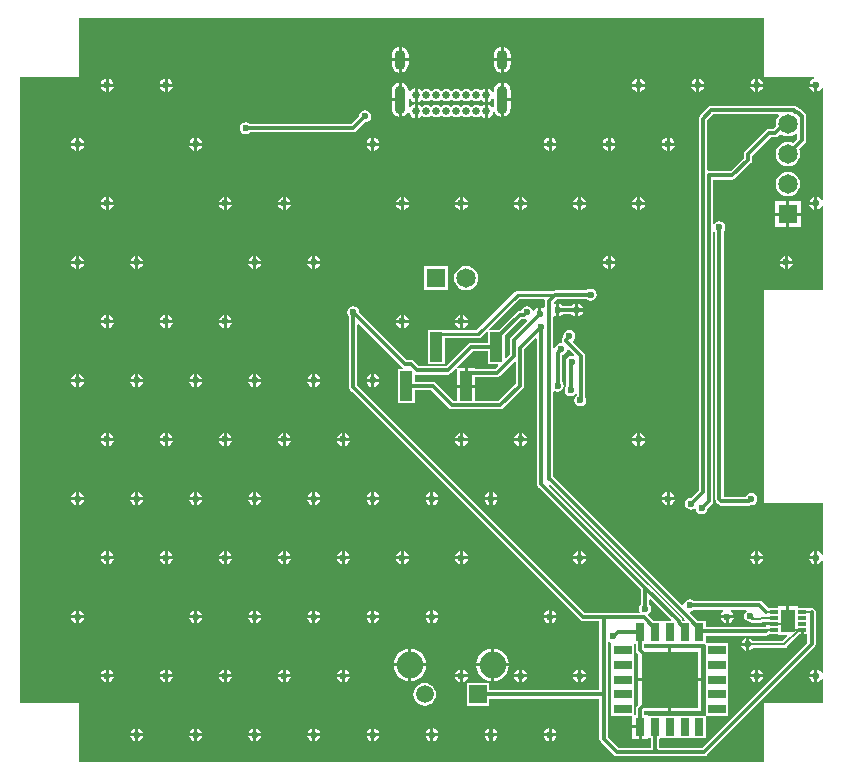
<source format=gbl>
G04*
G04 #@! TF.GenerationSoftware,Altium Limited,Altium Designer,20.0.13 (296)*
G04*
G04 Layer_Physical_Order=2*
G04 Layer_Color=16711680*
%FSTAX42Y42*%
%MOMM*%
G71*
G01*
G75*
%ADD11C,0.20*%
%ADD53C,0.30*%
%ADD54C,0.28*%
%ADD55R,1.65X1.65*%
%ADD56C,1.65*%
%ADD57C,0.65*%
%ADD58O,0.90X1.70*%
%ADD59O,0.90X2.40*%
%ADD60C,1.64*%
%ADD61R,1.64X1.64*%
%ADD62C,2.25*%
%ADD63C,1.50*%
%ADD64R,1.50X1.50*%
%ADD65C,0.60*%
%ADD66R,1.20X1.90*%
%ADD67R,0.80X0.30*%
%ADD68R,1.00X2.51*%
%ADD69R,1.50X0.80*%
%ADD70R,0.80X1.50*%
%ADD71R,4.80X4.80*%
G36*
X012314Y014066D02*
X012733D01*
X012734Y014053D01*
X012728Y014052D01*
X01271Y01404D01*
X012698Y014022D01*
X012696Y014013D01*
X01275D01*
Y014D01*
X012763D01*
Y013946D01*
X012772Y013948D01*
X01279Y01396D01*
X012801Y013976D01*
X01281Y013975D01*
X012813Y013974D01*
Y013026D01*
X01281Y013025D01*
X012801Y013024D01*
X01279Y01304D01*
X012772Y013052D01*
X012763Y013054D01*
Y013D01*
Y012946D01*
X012772Y012948D01*
X01279Y01296D01*
X012801Y012976D01*
X01281Y012975D01*
X012813Y012974D01*
Y012266D01*
X012314D01*
Y010466D01*
X012813D01*
Y010026D01*
X01281Y010025D01*
X012801Y010024D01*
X01279Y01004D01*
X012772Y010052D01*
X012763Y010054D01*
Y01D01*
Y009946D01*
X012772Y009948D01*
X01279Y00996D01*
X012801Y009976D01*
X01281Y009975D01*
X012813Y009974D01*
Y009026D01*
X01281Y009025D01*
X012801Y009024D01*
X01279Y00904D01*
X012772Y009052D01*
X012763Y009054D01*
Y009D01*
Y008946D01*
X012772Y008948D01*
X01279Y00896D01*
X012801Y008976D01*
X01281Y008975D01*
X012813Y008974D01*
Y008766D01*
X012314D01*
Y008266D01*
X006514D01*
Y008766D01*
X006013D01*
Y014066D01*
X006514D01*
Y014566D01*
X012314D01*
Y014066D01*
D02*
G37*
%LPC*%
G36*
X010109Y014325D02*
Y014229D01*
X010167D01*
Y014256D01*
X010165Y014274D01*
X010157Y014292D01*
X010146Y014306D01*
X010132Y014318D01*
X010114Y014325D01*
X010109Y014325D01*
D02*
G37*
G36*
X009244D02*
Y014229D01*
X009302D01*
Y014256D01*
X0093Y014274D01*
X009292Y014292D01*
X009281Y014306D01*
X009267Y014318D01*
X009249Y014325D01*
X009244Y014325D01*
D02*
G37*
G36*
X010083D02*
X010078Y014325D01*
X01006Y014318D01*
X010046Y014306D01*
X010035Y014292D01*
X010027Y014274D01*
X010025Y014256D01*
Y014229D01*
X010083D01*
Y014325D01*
D02*
G37*
G36*
X009218D02*
X009213Y014325D01*
X009195Y014318D01*
X009181Y014306D01*
X00917Y014292D01*
X009162Y014274D01*
X00916Y014256D01*
Y014229D01*
X009218D01*
Y014325D01*
D02*
G37*
G36*
X010167Y014203D02*
X010109D01*
Y014107D01*
X010114Y014108D01*
X010132Y014115D01*
X010146Y014126D01*
X010157Y014141D01*
X010165Y014158D01*
X010167Y014176D01*
Y014203D01*
D02*
G37*
G36*
X009302D02*
X009244D01*
Y014107D01*
X009249Y014108D01*
X009267Y014115D01*
X009281Y014126D01*
X009292Y014141D01*
X0093Y014158D01*
X009302Y014176D01*
Y014203D01*
D02*
G37*
G36*
X010083D02*
X010025D01*
Y014176D01*
X010027Y014158D01*
X010035Y014141D01*
X010046Y014126D01*
X01006Y014115D01*
X010078Y014108D01*
X010083Y014107D01*
Y014203D01*
D02*
G37*
G36*
X009218D02*
X00916D01*
Y014176D01*
X009162Y014158D01*
X00917Y014141D01*
X009181Y014126D01*
X009195Y014115D01*
X009213Y014108D01*
X009218Y014107D01*
Y014203D01*
D02*
G37*
G36*
X012263Y014054D02*
Y014013D01*
X012304D01*
X012302Y014022D01*
X01229Y01404D01*
X012272Y014052D01*
X012263Y014054D01*
D02*
G37*
G36*
X012237D02*
X012228Y014052D01*
X01221Y01404D01*
X012198Y014022D01*
X012196Y014013D01*
X012237D01*
Y014054D01*
D02*
G37*
G36*
X011763D02*
Y014013D01*
X011804D01*
X011802Y014022D01*
X01179Y01404D01*
X011772Y014052D01*
X011763Y014054D01*
D02*
G37*
G36*
X011737D02*
X011728Y014052D01*
X01171Y01404D01*
X011698Y014022D01*
X011696Y014013D01*
X011737D01*
Y014054D01*
D02*
G37*
G36*
X011263D02*
Y014013D01*
X011304D01*
X011302Y014022D01*
X01129Y01404D01*
X011272Y014052D01*
X011263Y014054D01*
D02*
G37*
G36*
X011237D02*
X011228Y014052D01*
X01121Y01404D01*
X011198Y014022D01*
X011196Y014013D01*
X011237D01*
Y014054D01*
D02*
G37*
G36*
X007263D02*
Y014013D01*
X007304D01*
X007302Y014022D01*
X00729Y01404D01*
X007272Y014052D01*
X007263Y014054D01*
D02*
G37*
G36*
X007237D02*
X007228Y014052D01*
X00721Y01404D01*
X007198Y014022D01*
X007196Y014013D01*
X007237D01*
Y014054D01*
D02*
G37*
G36*
X006763D02*
Y014013D01*
X006804D01*
X006802Y014022D01*
X00679Y01404D01*
X006772Y014052D01*
X006763Y014054D01*
D02*
G37*
G36*
X006737D02*
X006728Y014052D01*
X00671Y01404D01*
X006698Y014022D01*
X006696Y014013D01*
X006737D01*
Y014054D01*
D02*
G37*
G36*
X009948Y013972D02*
X009938Y01397D01*
X009919Y013957D01*
X009919Y013957D01*
X009914Y013953D01*
X009896Y013965D01*
X009876Y013969D01*
X009856Y013965D01*
X009838Y013953D01*
X009829D01*
X009811Y013965D01*
X009791Y013969D01*
X009771Y013965D01*
X009753Y013953D01*
X009744D01*
X009726Y013965D01*
X009706Y013969D01*
X009686Y013965D01*
X009668Y013953D01*
X009659D01*
X009641Y013965D01*
X009621Y013969D01*
X009601Y013965D01*
X009583Y013953D01*
X009574D01*
X009556Y013965D01*
X009536Y013969D01*
X009516Y013965D01*
X009498Y013953D01*
X009489D01*
X009471Y013965D01*
X009451Y013969D01*
X009431Y013965D01*
X009413Y013953D01*
X009408Y013957D01*
X009408Y013957D01*
X009389Y01397D01*
X009379Y013972D01*
Y013915D01*
Y013859D01*
X009389Y013861D01*
X009408Y013873D01*
X009408Y013874D01*
X009413Y013877D01*
X009431Y013866D01*
X009451Y013862D01*
X009471Y013866D01*
X009489Y013877D01*
X009498D01*
X009516Y013866D01*
X009536Y013862D01*
X009556Y013866D01*
X009574Y013877D01*
X009583D01*
X009601Y013866D01*
X009621Y013862D01*
X009641Y013866D01*
X009659Y013877D01*
X009668D01*
X009686Y013866D01*
X009706Y013862D01*
X009726Y013866D01*
X009744Y013877D01*
X009753D01*
X009771Y013866D01*
X009791Y013862D01*
X009811Y013866D01*
X009829Y013877D01*
X009838D01*
X009856Y013866D01*
X009876Y013862D01*
X009896Y013866D01*
X009914Y013877D01*
X009919Y013874D01*
X009919Y013873D01*
X009938Y013861D01*
X009948Y013859D01*
Y013915D01*
Y013972D01*
D02*
G37*
G36*
X012737Y013987D02*
X012696D01*
X012698Y013978D01*
X01271Y01396D01*
X012728Y013948D01*
X012737Y013946D01*
Y013987D01*
D02*
G37*
G36*
X012304D02*
X012263D01*
Y013946D01*
X012272Y013948D01*
X01229Y01396D01*
X012302Y013978D01*
X012304Y013987D01*
D02*
G37*
G36*
X012237D02*
X012196D01*
X012198Y013978D01*
X01221Y01396D01*
X012228Y013948D01*
X012237Y013946D01*
Y013987D01*
D02*
G37*
G36*
X011804D02*
X011763D01*
Y013946D01*
X011772Y013948D01*
X01179Y01396D01*
X011802Y013978D01*
X011804Y013987D01*
D02*
G37*
G36*
X011737D02*
X011696D01*
X011698Y013978D01*
X01171Y01396D01*
X011728Y013948D01*
X011737Y013946D01*
Y013987D01*
D02*
G37*
G36*
X011304D02*
X011263D01*
Y013946D01*
X011272Y013948D01*
X01129Y01396D01*
X011302Y013978D01*
X011304Y013987D01*
D02*
G37*
G36*
X011237D02*
X011196D01*
X011198Y013978D01*
X01121Y01396D01*
X011228Y013948D01*
X011237Y013946D01*
Y013987D01*
D02*
G37*
G36*
X007304D02*
X007263D01*
Y013946D01*
X007272Y013948D01*
X00729Y01396D01*
X007302Y013978D01*
X007304Y013987D01*
D02*
G37*
G36*
X007237D02*
X007196D01*
X007198Y013978D01*
X00721Y01396D01*
X007228Y013948D01*
X007237Y013946D01*
Y013987D01*
D02*
G37*
G36*
X006804D02*
X006763D01*
Y013946D01*
X006772Y013948D01*
X00679Y01396D01*
X006802Y013978D01*
X006804Y013987D01*
D02*
G37*
G36*
X006737D02*
X006696D01*
X006698Y013978D01*
X00671Y01396D01*
X006728Y013948D01*
X006737Y013946D01*
Y013987D01*
D02*
G37*
G36*
X010083Y014022D02*
X010078Y014022D01*
X01006Y014015D01*
X010046Y014003D01*
X010035Y013989D01*
X010027Y013971D01*
X010025Y013953D01*
Y013946D01*
X010012Y013943D01*
X010003Y013957D01*
X009984Y01397D01*
X009974Y013972D01*
Y013915D01*
Y013859D01*
X009984Y013861D01*
X010003Y013873D01*
X010012Y013888D01*
X010025Y013884D01*
Y013811D01*
X010012Y013808D01*
X010003Y013822D01*
X009984Y013835D01*
X009974Y013837D01*
Y01378D01*
Y013724D01*
X009984Y013726D01*
X010003Y013738D01*
X010016Y013758D01*
X010019Y013773D01*
X010032Y013774D01*
X010035Y013768D01*
X010046Y013753D01*
X01006Y013742D01*
X010078Y013735D01*
X010083Y013734D01*
Y013878D01*
X010096D01*
D01*
X010083D01*
Y014022D01*
D02*
G37*
G36*
X010109D02*
Y013891D01*
X010167D01*
Y013953D01*
X010165Y013971D01*
X010157Y013989D01*
X010146Y014003D01*
X010132Y014015D01*
X010114Y014022D01*
X010109Y014022D01*
D02*
G37*
G36*
X009218D02*
X009213Y014022D01*
X009195Y014015D01*
X009181Y014003D01*
X00917Y013989D01*
X009162Y013971D01*
X00916Y013953D01*
Y013891D01*
X009218D01*
Y014022D01*
D02*
G37*
G36*
X009244D02*
Y013878D01*
X009231D01*
D01*
X009244D01*
Y013734D01*
X009249Y013735D01*
X009267Y013742D01*
X009281Y013753D01*
X009292Y013768D01*
X009295Y013774D01*
X009308Y013773D01*
X009311Y013758D01*
X009324Y013738D01*
X009343Y013726D01*
X009353Y013724D01*
Y01378D01*
Y013837D01*
X009343Y013835D01*
X009324Y013822D01*
X009315Y013808D01*
X009302Y013811D01*
Y013884D01*
X009315Y013888D01*
X009324Y013873D01*
X009343Y013861D01*
X009353Y013859D01*
Y013915D01*
Y013972D01*
X009343Y01397D01*
X009324Y013957D01*
X009315Y013943D01*
X009302Y013946D01*
Y013953D01*
X0093Y013971D01*
X009292Y013989D01*
X009281Y014003D01*
X009267Y014015D01*
X009249Y014022D01*
X009244Y014022D01*
D02*
G37*
G36*
X009948Y013837D02*
X009938Y013835D01*
X009919Y013822D01*
X009919Y013822D01*
X009914Y013818D01*
X009896Y01383D01*
X009876Y013834D01*
X009856Y01383D01*
X009838Y013818D01*
X009829D01*
X009811Y01383D01*
X009791Y013834D01*
X009771Y01383D01*
X009757Y013821D01*
X009749Y013819D01*
X00974Y013821D01*
X009726Y01383D01*
X009706Y013834D01*
X009686Y01383D01*
X009672Y013821D01*
X009664Y013819D01*
X009655Y013821D01*
X009641Y01383D01*
X009621Y013834D01*
X009601Y01383D01*
X009587Y013821D01*
X009579Y013819D01*
X00957Y013821D01*
X009556Y01383D01*
X009536Y013834D01*
X009516Y01383D01*
X009502Y013821D01*
X009493Y013819D01*
X009485Y013821D01*
X009471Y01383D01*
X009451Y013834D01*
X009431Y01383D01*
X009413Y013818D01*
X009408Y013822D01*
X009408Y013822D01*
X009389Y013835D01*
X009379Y013837D01*
Y01378D01*
Y013724D01*
X009389Y013726D01*
X009408Y013738D01*
X009408Y013739D01*
X009413Y013742D01*
X009431Y013731D01*
X009451Y013727D01*
X009471Y013731D01*
X009485Y013739D01*
X009493Y013741D01*
X009502Y013739D01*
X009516Y013731D01*
X009536Y013727D01*
X009556Y013731D01*
X00957Y013739D01*
X009579Y013741D01*
X009587Y013739D01*
X009601Y013731D01*
X009621Y013727D01*
X009641Y013731D01*
X009655Y013739D01*
X009664Y013741D01*
X009672Y013739D01*
X009686Y013731D01*
X009706Y013727D01*
X009726Y013731D01*
X00974Y013739D01*
X009749Y013741D01*
X009757Y013739D01*
X009771Y013731D01*
X009791Y013727D01*
X009811Y013731D01*
X009829Y013742D01*
X009838D01*
X009856Y013731D01*
X009876Y013727D01*
X009896Y013731D01*
X009914Y013742D01*
X009919Y013739D01*
X009919Y013738D01*
X009938Y013726D01*
X009948Y013724D01*
Y01378D01*
Y013837D01*
D02*
G37*
G36*
X010167Y013865D02*
X010109D01*
Y013734D01*
X010114Y013735D01*
X010132Y013742D01*
X010146Y013753D01*
X010157Y013768D01*
X010165Y013785D01*
X010167Y013803D01*
Y013865D01*
D02*
G37*
G36*
X009218D02*
X00916D01*
Y013803D01*
X009162Y013785D01*
X00917Y013768D01*
X009181Y013753D01*
X009195Y013742D01*
X009213Y013735D01*
X009218Y013734D01*
Y013865D01*
D02*
G37*
G36*
X008933Y013787D02*
X008914Y013783D01*
X008897Y013772D01*
X008886Y013756D01*
X008883Y013736D01*
X008883Y013736D01*
X008819Y013672D01*
X00796D01*
X00796Y013672D01*
X007943Y013683D01*
X007924Y013687D01*
X007904Y013683D01*
X007887Y013672D01*
X007876Y013656D01*
X007873Y013636D01*
X007876Y013617D01*
X007887Y0136D01*
X007904Y013589D01*
X007924Y013585D01*
X007943Y013589D01*
X00796Y0136D01*
X00796Y0136D01*
X008833D01*
X008847Y013603D01*
X008859Y013611D01*
X008933Y013685D01*
X008933Y013685D01*
X008953Y013689D01*
X00897Y0137D01*
X008981Y013717D01*
X008984Y013736D01*
X008981Y013756D01*
X00897Y013772D01*
X008953Y013783D01*
X008933Y013787D01*
D02*
G37*
G36*
X011513Y013554D02*
Y013513D01*
X011554D01*
X011552Y013522D01*
X01154Y01354D01*
X011522Y013552D01*
X011513Y013554D01*
D02*
G37*
G36*
X011487D02*
X011478Y013552D01*
X01146Y01354D01*
X011448Y013522D01*
X011446Y013513D01*
X011487D01*
Y013554D01*
D02*
G37*
G36*
X011013D02*
Y013513D01*
X011054D01*
X011052Y013522D01*
X01104Y01354D01*
X011022Y013552D01*
X011013Y013554D01*
D02*
G37*
G36*
X010987D02*
X010978Y013552D01*
X01096Y01354D01*
X010948Y013522D01*
X010946Y013513D01*
X010987D01*
Y013554D01*
D02*
G37*
G36*
X010513D02*
Y013513D01*
X010554D01*
X010552Y013522D01*
X01054Y01354D01*
X010522Y013552D01*
X010513Y013554D01*
D02*
G37*
G36*
X010487D02*
X010478Y013552D01*
X01046Y01354D01*
X010448Y013522D01*
X010446Y013513D01*
X010487D01*
Y013554D01*
D02*
G37*
G36*
X009013D02*
Y013513D01*
X009054D01*
X009052Y013522D01*
X00904Y01354D01*
X009022Y013552D01*
X009013Y013554D01*
D02*
G37*
G36*
X008987D02*
X008978Y013552D01*
X00896Y01354D01*
X008948Y013522D01*
X008946Y013513D01*
X008987D01*
Y013554D01*
D02*
G37*
G36*
X007513D02*
Y013513D01*
X007554D01*
X007552Y013522D01*
X00754Y01354D01*
X007522Y013552D01*
X007513Y013554D01*
D02*
G37*
G36*
X007487D02*
X007478Y013552D01*
X00746Y01354D01*
X007448Y013522D01*
X007446Y013513D01*
X007487D01*
Y013554D01*
D02*
G37*
G36*
X006513D02*
Y013513D01*
X006554D01*
X006552Y013522D01*
X00654Y01354D01*
X006522Y013552D01*
X006513Y013554D01*
D02*
G37*
G36*
X006487D02*
X006478Y013552D01*
X00646Y01354D01*
X006448Y013522D01*
X006446Y013513D01*
X006487D01*
Y013554D01*
D02*
G37*
G36*
X012562Y013823D02*
X011865D01*
X011851Y013821D01*
X01184Y013813D01*
X011768Y013741D01*
X011761Y01373D01*
X011758Y013716D01*
Y010571D01*
X011694Y010507D01*
X011693Y010507D01*
X011674Y010503D01*
X011657Y010492D01*
X011646Y010476D01*
X011643Y010456D01*
X011646Y010437D01*
X011657Y01042D01*
X011674Y010409D01*
X011693Y010405D01*
X011713Y010409D01*
X01172Y010414D01*
X011734Y010408D01*
X011736Y010397D01*
X011747Y01038D01*
X011764Y010369D01*
X011783Y010365D01*
X011803Y010369D01*
X01182Y01038D01*
X011831Y010397D01*
X011834Y010416D01*
X011834Y010417D01*
X011869Y010451D01*
X011876Y010462D01*
X011879Y010476D01*
Y012759D01*
X011892Y012764D01*
X011898Y012758D01*
Y010494D01*
X011901Y01048D01*
X011908Y010468D01*
X011926Y010451D01*
X011937Y010443D01*
X011951Y01044D01*
X012186D01*
X0122Y010443D01*
X012203Y010445D01*
X012204Y010445D01*
X012223Y010449D01*
X01224Y01046D01*
X012251Y010477D01*
X012254Y010496D01*
X012251Y010516D01*
X01224Y010532D01*
X012223Y010543D01*
X012204Y010547D01*
X012184Y010543D01*
X012167Y010532D01*
X012156Y010516D01*
X012156Y010512D01*
X011969D01*
Y01276D01*
X01197Y01276D01*
X011981Y012777D01*
X011984Y012796D01*
X011981Y012816D01*
X01197Y012832D01*
X011953Y012843D01*
X011933Y012847D01*
X011914Y012843D01*
X011897Y012832D01*
X011892Y012824D01*
X011879Y012828D01*
Y0132D01*
X012043D01*
X012057Y013203D01*
X012069Y013211D01*
X012199Y013341D01*
X012206Y013352D01*
X012209Y013366D01*
Y013402D01*
X012367Y01356D01*
X012408D01*
X012421Y013563D01*
X012433Y01357D01*
X012451Y013589D01*
X012462Y013581D01*
X012487Y01357D01*
X012513Y013567D01*
X01254Y01357D01*
X012565Y013581D01*
X012583Y013594D01*
X012595Y013589D01*
Y013548D01*
X012556Y013509D01*
X01254Y013516D01*
X012513Y013519D01*
X012487Y013516D01*
X012462Y013506D01*
X01244Y013489D01*
X012424Y013468D01*
X012414Y013443D01*
X01241Y013416D01*
X012414Y013389D01*
X012424Y013364D01*
X01244Y013343D01*
X012462Y013327D01*
X012487Y013316D01*
X012513Y013313D01*
X01254Y013316D01*
X012565Y013327D01*
X012587Y013343D01*
X012603Y013364D01*
X012613Y013389D01*
X012617Y013416D01*
X012613Y013443D01*
X012607Y013459D01*
X012656Y013508D01*
X012664Y01352D01*
X012667Y013534D01*
Y013739D01*
X012664Y013752D01*
X012656Y013764D01*
X012619Y013801D01*
X012607Y013809D01*
X012593Y013812D01*
X012588D01*
X012587Y013813D01*
X012576Y013821D01*
X012562Y013823D01*
D02*
G37*
G36*
X011554Y013487D02*
X011513D01*
Y013446D01*
X011522Y013448D01*
X01154Y01346D01*
X011552Y013478D01*
X011554Y013487D01*
D02*
G37*
G36*
X011487D02*
X011446D01*
X011448Y013478D01*
X01146Y01346D01*
X011478Y013448D01*
X011487Y013446D01*
Y013487D01*
D02*
G37*
G36*
X011054D02*
X011013D01*
Y013446D01*
X011022Y013448D01*
X01104Y01346D01*
X011052Y013478D01*
X011054Y013487D01*
D02*
G37*
G36*
X010987D02*
X010946D01*
X010948Y013478D01*
X01096Y01346D01*
X010978Y013448D01*
X010987Y013446D01*
Y013487D01*
D02*
G37*
G36*
X010554D02*
X010513D01*
Y013446D01*
X010522Y013448D01*
X01054Y01346D01*
X010552Y013478D01*
X010554Y013487D01*
D02*
G37*
G36*
X010487D02*
X010446D01*
X010448Y013478D01*
X01046Y01346D01*
X010478Y013448D01*
X010487Y013446D01*
Y013487D01*
D02*
G37*
G36*
X009054D02*
X009013D01*
Y013446D01*
X009022Y013448D01*
X00904Y01346D01*
X009052Y013478D01*
X009054Y013487D01*
D02*
G37*
G36*
X008987D02*
X008946D01*
X008948Y013478D01*
X00896Y01346D01*
X008978Y013448D01*
X008987Y013446D01*
Y013487D01*
D02*
G37*
G36*
X007554D02*
X007513D01*
Y013446D01*
X007522Y013448D01*
X00754Y01346D01*
X007552Y013478D01*
X007554Y013487D01*
D02*
G37*
G36*
X007487D02*
X007446D01*
X007448Y013478D01*
X00746Y01346D01*
X007478Y013448D01*
X007487Y013446D01*
Y013487D01*
D02*
G37*
G36*
X006554D02*
X006513D01*
Y013446D01*
X006522Y013448D01*
X00654Y01346D01*
X006552Y013478D01*
X006554Y013487D01*
D02*
G37*
G36*
X006487D02*
X006446D01*
X006448Y013478D01*
X00646Y01346D01*
X006478Y013448D01*
X006487Y013446D01*
Y013487D01*
D02*
G37*
G36*
X012513Y013265D02*
X012487Y013262D01*
X012462Y013252D01*
X01244Y013235D01*
X012424Y013214D01*
X012414Y013189D01*
X01241Y013162D01*
X012414Y013135D01*
X012424Y01311D01*
X01244Y013089D01*
X012462Y013073D01*
X012487Y013062D01*
X012513Y013059D01*
X01254Y013062D01*
X012565Y013073D01*
X012587Y013089D01*
X012603Y01311D01*
X012613Y013135D01*
X012617Y013162D01*
X012613Y013189D01*
X012603Y013214D01*
X012587Y013235D01*
X012565Y013252D01*
X01254Y013262D01*
X012513Y013265D01*
D02*
G37*
G36*
X012737Y013054D02*
X012728Y013052D01*
X01271Y01304D01*
X012698Y013022D01*
X012696Y013013D01*
X012737D01*
Y013054D01*
D02*
G37*
G36*
X011263D02*
Y013013D01*
X011304D01*
X011302Y013022D01*
X01129Y01304D01*
X011272Y013052D01*
X011263Y013054D01*
D02*
G37*
G36*
X011237D02*
X011228Y013052D01*
X01121Y01304D01*
X011198Y013022D01*
X011196Y013013D01*
X011237D01*
Y013054D01*
D02*
G37*
G36*
X010763D02*
Y013013D01*
X010804D01*
X010802Y013022D01*
X01079Y01304D01*
X010772Y013052D01*
X010763Y013054D01*
D02*
G37*
G36*
X010737D02*
X010728Y013052D01*
X01071Y01304D01*
X010698Y013022D01*
X010696Y013013D01*
X010737D01*
Y013054D01*
D02*
G37*
G36*
X010263D02*
Y013013D01*
X010304D01*
X010302Y013022D01*
X01029Y01304D01*
X010272Y013052D01*
X010263Y013054D01*
D02*
G37*
G36*
X010237D02*
X010228Y013052D01*
X01021Y01304D01*
X010198Y013022D01*
X010196Y013013D01*
X010237D01*
Y013054D01*
D02*
G37*
G36*
X009763D02*
Y013013D01*
X009804D01*
X009802Y013022D01*
X00979Y01304D01*
X009772Y013052D01*
X009763Y013054D01*
D02*
G37*
G36*
X009737D02*
X009728Y013052D01*
X00971Y01304D01*
X009698Y013022D01*
X009696Y013013D01*
X009737D01*
Y013054D01*
D02*
G37*
G36*
X009263D02*
Y013013D01*
X009304D01*
X009302Y013022D01*
X00929Y01304D01*
X009272Y013052D01*
X009263Y013054D01*
D02*
G37*
G36*
X009237D02*
X009228Y013052D01*
X00921Y01304D01*
X009198Y013022D01*
X009196Y013013D01*
X009237D01*
Y013054D01*
D02*
G37*
G36*
X008263D02*
Y013013D01*
X008304D01*
X008302Y013022D01*
X00829Y01304D01*
X008272Y013052D01*
X008263Y013054D01*
D02*
G37*
G36*
X008237D02*
X008228Y013052D01*
X00821Y01304D01*
X008198Y013022D01*
X008196Y013013D01*
X008237D01*
Y013054D01*
D02*
G37*
G36*
X007763D02*
Y013013D01*
X007804D01*
X007802Y013022D01*
X00779Y01304D01*
X007772Y013052D01*
X007763Y013054D01*
D02*
G37*
G36*
X007737D02*
X007728Y013052D01*
X00771Y01304D01*
X007698Y013022D01*
X007696Y013013D01*
X007737D01*
Y013054D01*
D02*
G37*
G36*
X006763D02*
Y013013D01*
X006804D01*
X006802Y013022D01*
X00679Y01304D01*
X006772Y013052D01*
X006763Y013054D01*
D02*
G37*
G36*
X006737D02*
X006728Y013052D01*
X00671Y01304D01*
X006698Y013022D01*
X006696Y013013D01*
X006737D01*
Y013054D01*
D02*
G37*
G36*
X012737Y012987D02*
X012696D01*
X012698Y012978D01*
X01271Y01296D01*
X012728Y012948D01*
X012737Y012946D01*
Y012987D01*
D02*
G37*
G36*
X011304D02*
X011263D01*
Y012946D01*
X011272Y012948D01*
X01129Y01296D01*
X011302Y012978D01*
X011304Y012987D01*
D02*
G37*
G36*
X011237D02*
X011196D01*
X011198Y012978D01*
X01121Y01296D01*
X011228Y012948D01*
X011237Y012946D01*
Y012987D01*
D02*
G37*
G36*
X010804D02*
X010763D01*
Y012946D01*
X010772Y012948D01*
X01079Y01296D01*
X010802Y012978D01*
X010804Y012987D01*
D02*
G37*
G36*
X010737D02*
X010696D01*
X010698Y012978D01*
X01071Y01296D01*
X010728Y012948D01*
X010737Y012946D01*
Y012987D01*
D02*
G37*
G36*
X010304D02*
X010263D01*
Y012946D01*
X010272Y012948D01*
X01029Y01296D01*
X010302Y012978D01*
X010304Y012987D01*
D02*
G37*
G36*
X010237D02*
X010196D01*
X010198Y012978D01*
X01021Y01296D01*
X010228Y012948D01*
X010237Y012946D01*
Y012987D01*
D02*
G37*
G36*
X009804D02*
X009763D01*
Y012946D01*
X009772Y012948D01*
X00979Y01296D01*
X009802Y012978D01*
X009804Y012987D01*
D02*
G37*
G36*
X009737D02*
X009696D01*
X009698Y012978D01*
X00971Y01296D01*
X009728Y012948D01*
X009737Y012946D01*
Y012987D01*
D02*
G37*
G36*
X009304D02*
X009263D01*
Y012946D01*
X009272Y012948D01*
X00929Y01296D01*
X009302Y012978D01*
X009304Y012987D01*
D02*
G37*
G36*
X009237D02*
X009196D01*
X009198Y012978D01*
X00921Y01296D01*
X009228Y012948D01*
X009237Y012946D01*
Y012987D01*
D02*
G37*
G36*
X008304D02*
X008263D01*
Y012946D01*
X008272Y012948D01*
X00829Y01296D01*
X008302Y012978D01*
X008304Y012987D01*
D02*
G37*
G36*
X008237D02*
X008196D01*
X008198Y012978D01*
X00821Y01296D01*
X008228Y012948D01*
X008237Y012946D01*
Y012987D01*
D02*
G37*
G36*
X007804D02*
X007763D01*
Y012946D01*
X007772Y012948D01*
X00779Y01296D01*
X007802Y012978D01*
X007804Y012987D01*
D02*
G37*
G36*
X007737D02*
X007696D01*
X007698Y012978D01*
X00771Y01296D01*
X007728Y012948D01*
X007737Y012946D01*
Y012987D01*
D02*
G37*
G36*
X006804D02*
X006763D01*
Y012946D01*
X006772Y012948D01*
X00679Y01296D01*
X006802Y012978D01*
X006804Y012987D01*
D02*
G37*
G36*
X006737D02*
X006696D01*
X006698Y012978D01*
X00671Y01296D01*
X006728Y012948D01*
X006737Y012946D01*
Y012987D01*
D02*
G37*
G36*
X012621Y013016D02*
X012526D01*
Y012921D01*
X012621D01*
Y013016D01*
D02*
G37*
G36*
X012501D02*
X012406D01*
Y012921D01*
X012501D01*
Y013016D01*
D02*
G37*
G36*
X012621Y012895D02*
X012526D01*
Y0128D01*
X012621D01*
Y012895D01*
D02*
G37*
G36*
X012501D02*
X012406D01*
Y0128D01*
X012501D01*
Y012895D01*
D02*
G37*
G36*
X012513Y012554D02*
Y012513D01*
X012554D01*
X012552Y012522D01*
X01254Y01254D01*
X012522Y012552D01*
X012513Y012554D01*
D02*
G37*
G36*
X012487D02*
X012478Y012552D01*
X01246Y01254D01*
X012448Y012522D01*
X012446Y012513D01*
X012487D01*
Y012554D01*
D02*
G37*
G36*
X011013D02*
Y012513D01*
X011054D01*
X011052Y012522D01*
X01104Y01254D01*
X011022Y012552D01*
X011013Y012554D01*
D02*
G37*
G36*
X010987D02*
X010978Y012552D01*
X01096Y01254D01*
X010948Y012522D01*
X010946Y012513D01*
X010987D01*
Y012554D01*
D02*
G37*
G36*
X008513D02*
Y012513D01*
X008554D01*
X008552Y012522D01*
X00854Y01254D01*
X008522Y012552D01*
X008513Y012554D01*
D02*
G37*
G36*
X008487D02*
X008478Y012552D01*
X00846Y01254D01*
X008448Y012522D01*
X008446Y012513D01*
X008487D01*
Y012554D01*
D02*
G37*
G36*
X008013D02*
Y012513D01*
X008054D01*
X008052Y012522D01*
X00804Y01254D01*
X008022Y012552D01*
X008013Y012554D01*
D02*
G37*
G36*
X007987D02*
X007978Y012552D01*
X00796Y01254D01*
X007948Y012522D01*
X007946Y012513D01*
X007987D01*
Y012554D01*
D02*
G37*
G36*
X007013D02*
Y012513D01*
X007054D01*
X007052Y012522D01*
X00704Y01254D01*
X007022Y012552D01*
X007013Y012554D01*
D02*
G37*
G36*
X006987D02*
X006978Y012552D01*
X00696Y01254D01*
X006948Y012522D01*
X006946Y012513D01*
X006987D01*
Y012554D01*
D02*
G37*
G36*
X006513D02*
Y012513D01*
X006554D01*
X006552Y012522D01*
X00654Y01254D01*
X006522Y012552D01*
X006513Y012554D01*
D02*
G37*
G36*
X006487D02*
X006478Y012552D01*
X00646Y01254D01*
X006448Y012522D01*
X006446Y012513D01*
X006487D01*
Y012554D01*
D02*
G37*
G36*
X012554Y012487D02*
X012513D01*
Y012446D01*
X012522Y012448D01*
X01254Y01246D01*
X012552Y012478D01*
X012554Y012487D01*
D02*
G37*
G36*
X012487D02*
X012446D01*
X012448Y012478D01*
X01246Y01246D01*
X012478Y012448D01*
X012487Y012446D01*
Y012487D01*
D02*
G37*
G36*
X011054D02*
X011013D01*
Y012446D01*
X011022Y012448D01*
X01104Y01246D01*
X011052Y012478D01*
X011054Y012487D01*
D02*
G37*
G36*
X010987D02*
X010946D01*
X010948Y012478D01*
X01096Y01246D01*
X010978Y012448D01*
X010987Y012446D01*
Y012487D01*
D02*
G37*
G36*
X008554D02*
X008513D01*
Y012446D01*
X008522Y012448D01*
X00854Y01246D01*
X008552Y012478D01*
X008554Y012487D01*
D02*
G37*
G36*
X008487D02*
X008446D01*
X008448Y012478D01*
X00846Y01246D01*
X008478Y012448D01*
X008487Y012446D01*
Y012487D01*
D02*
G37*
G36*
X008054D02*
X008013D01*
Y012446D01*
X008022Y012448D01*
X00804Y01246D01*
X008052Y012478D01*
X008054Y012487D01*
D02*
G37*
G36*
X007987D02*
X007946D01*
X007948Y012478D01*
X00796Y01246D01*
X007978Y012448D01*
X007987Y012446D01*
Y012487D01*
D02*
G37*
G36*
X007054D02*
X007013D01*
Y012446D01*
X007022Y012448D01*
X00704Y01246D01*
X007052Y012478D01*
X007054Y012487D01*
D02*
G37*
G36*
X006987D02*
X006946D01*
X006948Y012478D01*
X00696Y01246D01*
X006978Y012448D01*
X006987Y012446D01*
Y012487D01*
D02*
G37*
G36*
X006554D02*
X006513D01*
Y012446D01*
X006522Y012448D01*
X00654Y01246D01*
X006552Y012478D01*
X006554Y012487D01*
D02*
G37*
G36*
X006487D02*
X006446D01*
X006448Y012478D01*
X00646Y01246D01*
X006478Y012448D01*
X006487Y012446D01*
Y012487D01*
D02*
G37*
G36*
X009638Y012468D02*
X009435D01*
Y012264D01*
X009638D01*
Y012468D01*
D02*
G37*
G36*
X009791Y012469D02*
X009764Y012465D01*
X009739Y012455D01*
X009718Y012439D01*
X009702Y012417D01*
X009691Y012393D01*
X009688Y012366D01*
X009691Y01234D01*
X009702Y012315D01*
X009718Y012294D01*
X009739Y012277D01*
X009764Y012267D01*
X009791Y012263D01*
X009817Y012267D01*
X009842Y012277D01*
X009863Y012294D01*
X009879Y012315D01*
X00989Y01234D01*
X009893Y012366D01*
X00989Y012393D01*
X009879Y012417D01*
X009863Y012439D01*
X009842Y012455D01*
X009817Y012465D01*
X009791Y012469D01*
D02*
G37*
G36*
X010843Y012277D02*
X010824Y012273D01*
X010807Y012262D01*
X010807Y012262D01*
X010543D01*
X010538Y012261D01*
X010225D01*
X010211Y012258D01*
X0102Y012251D01*
X009877Y011928D01*
X009573D01*
X009569Y011927D01*
X009467D01*
Y011636D01*
X009607D01*
Y011858D01*
X009892D01*
X009905Y011861D01*
X009916Y011869D01*
X009963Y011915D01*
X009975Y01191D01*
Y011817D01*
X009829D01*
X009815Y011815D01*
X009804Y011807D01*
X009619Y011622D01*
X009388D01*
X009349Y011661D01*
X009337Y011669D01*
X009324Y011672D01*
X009288D01*
X008884Y012076D01*
X008884Y012076D01*
X008881Y012096D01*
X00887Y012112D01*
X008853Y012123D01*
X008833Y012127D01*
X008814Y012123D01*
X008797Y012112D01*
X008786Y012096D01*
X008783Y012076D01*
X008786Y012057D01*
X008797Y01204D01*
X008798Y01204D01*
Y011446D01*
X008801Y011432D01*
X008808Y011421D01*
X010758Y009471D01*
X01077Y009463D01*
X010783Y00946D01*
X010918D01*
Y008877D01*
X009983D01*
Y008936D01*
X009793D01*
Y008746D01*
X009983D01*
Y008805D01*
X010918D01*
Y008466D01*
X010921Y008452D01*
X010928Y008441D01*
X011038Y008331D01*
X01105Y008323D01*
X011064Y00832D01*
X011804D01*
X011817Y008323D01*
X011829Y008331D01*
X012739Y009241D01*
X012746Y009252D01*
X012749Y009266D01*
Y009541D01*
X012746Y009555D01*
X012739Y009566D01*
X012727Y009574D01*
X012714Y009577D01*
X012706Y009575D01*
X012694Y009576D01*
X012694Y009576D01*
X012694Y009576D01*
X012599D01*
Y009586D01*
X012526D01*
Y009466D01*
X012501D01*
Y009586D01*
X012428D01*
Y009576D01*
X012344D01*
X012299Y009621D01*
X012287Y009629D01*
X012273Y009632D01*
X01172D01*
X01172Y009632D01*
X011703Y009643D01*
X011683Y009647D01*
X011664Y009643D01*
X011647Y009632D01*
X011636Y009616D01*
X011634Y009604D01*
X01162Y009599D01*
X010528Y010691D01*
X010527Y010692D01*
Y011405D01*
X010539Y011412D01*
X010544Y011409D01*
X010564Y011405D01*
X010583Y011409D01*
X0106Y01142D01*
X010611Y011437D01*
X010614Y011456D01*
X010611Y011476D01*
X0106Y011492D01*
X010599Y011492D01*
Y011716D01*
X010613Y011719D01*
X01063Y01173D01*
X010641Y011747D01*
X010643Y011758D01*
X010657Y011762D01*
X010703Y011716D01*
X010697Y011704D01*
X010683Y011707D01*
X010664Y011703D01*
X010647Y011692D01*
X010636Y011676D01*
X010633Y011656D01*
X010636Y011637D01*
X010639Y011633D01*
X010638Y011626D01*
Y011452D01*
X010637Y011452D01*
X010626Y011436D01*
X010623Y011416D01*
X010626Y011397D01*
X010637Y01138D01*
X010654Y011369D01*
X010674Y011365D01*
X010693Y011369D01*
X01071Y01138D01*
X010715Y011388D01*
X010728Y011385D01*
Y011372D01*
X01072Y011367D01*
X010709Y011351D01*
X010705Y011331D01*
X010709Y011312D01*
X01072Y011295D01*
X010736Y011284D01*
X010756Y01128D01*
X010776Y011284D01*
X010792Y011295D01*
X010803Y011312D01*
X010807Y011331D01*
X010803Y011351D01*
X010799Y011356D01*
Y011706D01*
X010796Y01172D01*
X010789Y011731D01*
X010695Y011825D01*
X010696Y011838D01*
X0107Y01184D01*
X010711Y011857D01*
X010714Y011876D01*
X010711Y011896D01*
X0107Y011912D01*
X010683Y011923D01*
X010664Y011927D01*
X010644Y011923D01*
X010627Y011912D01*
X010616Y011896D01*
X010613Y011876D01*
X010614Y011869D01*
X010611Y011866D01*
X010603Y011854D01*
X0106Y01184D01*
Y011834D01*
X010601Y011828D01*
X010596Y011821D01*
X010591Y011817D01*
X010574Y011813D01*
X010557Y011802D01*
X010546Y011786D01*
X010543Y011771D01*
X010539Y011769D01*
X010527Y011777D01*
Y012041D01*
X010538Y012047D01*
X010542Y012044D01*
X010551Y012042D01*
Y012096D01*
Y01215D01*
X010545Y012149D01*
X010535Y012154D01*
X010532Y012157D01*
X010531Y012163D01*
X010558Y01219D01*
X010807D01*
X010807Y01219D01*
X010824Y012179D01*
X010843Y012175D01*
X010863Y012179D01*
X01088Y01219D01*
X010891Y012207D01*
X010894Y012226D01*
X010891Y012246D01*
X01088Y012262D01*
X010863Y012273D01*
X010843Y012277D01*
D02*
G37*
G36*
X010711Y01215D02*
X010702Y012148D01*
X010684Y012136D01*
X010681Y012132D01*
X010606D01*
X010603Y012136D01*
X010585Y012148D01*
X010576Y01215D01*
Y012096D01*
Y012042D01*
X010585Y012044D01*
X010603Y012056D01*
X010606Y01206D01*
X010681D01*
X010684Y012056D01*
X010702Y012044D01*
X010711Y012042D01*
Y012096D01*
Y01215D01*
D02*
G37*
G36*
X010736D02*
Y012109D01*
X010777D01*
X010776Y012118D01*
X010763Y012136D01*
X010745Y012148D01*
X010736Y01215D01*
D02*
G37*
G36*
X010777Y012083D02*
X010736D01*
Y012042D01*
X010745Y012044D01*
X010763Y012056D01*
X010776Y012074D01*
X010777Y012083D01*
D02*
G37*
G36*
X009763Y012054D02*
Y012013D01*
X009804D01*
X009802Y012022D01*
X00979Y01204D01*
X009772Y012052D01*
X009763Y012054D01*
D02*
G37*
G36*
X009737D02*
X009728Y012052D01*
X00971Y01204D01*
X009698Y012022D01*
X009696Y012013D01*
X009737D01*
Y012054D01*
D02*
G37*
G36*
X009263D02*
Y012013D01*
X009304D01*
X009302Y012022D01*
X00929Y01204D01*
X009272Y012052D01*
X009263Y012054D01*
D02*
G37*
G36*
X009237D02*
X009228Y012052D01*
X00921Y01204D01*
X009198Y012022D01*
X009196Y012013D01*
X009237D01*
Y012054D01*
D02*
G37*
G36*
X007763D02*
Y012013D01*
X007804D01*
X007802Y012022D01*
X00779Y01204D01*
X007772Y012052D01*
X007763Y012054D01*
D02*
G37*
G36*
X007737D02*
X007728Y012052D01*
X00771Y01204D01*
X007698Y012022D01*
X007696Y012013D01*
X007737D01*
Y012054D01*
D02*
G37*
G36*
X007263D02*
Y012013D01*
X007304D01*
X007302Y012022D01*
X00729Y01204D01*
X007272Y012052D01*
X007263Y012054D01*
D02*
G37*
G36*
X007237D02*
X007228Y012052D01*
X00721Y01204D01*
X007198Y012022D01*
X007196Y012013D01*
X007237D01*
Y012054D01*
D02*
G37*
G36*
X006763D02*
Y012013D01*
X006804D01*
X006802Y012022D01*
X00679Y01204D01*
X006772Y012052D01*
X006763Y012054D01*
D02*
G37*
G36*
X006737D02*
X006728Y012052D01*
X00671Y01204D01*
X006698Y012022D01*
X006696Y012013D01*
X006737D01*
Y012054D01*
D02*
G37*
G36*
X009804Y011987D02*
X009763D01*
Y011946D01*
X009772Y011948D01*
X00979Y01196D01*
X009802Y011978D01*
X009804Y011987D01*
D02*
G37*
G36*
X009737D02*
X009696D01*
X009698Y011978D01*
X00971Y01196D01*
X009728Y011948D01*
X009737Y011946D01*
Y011987D01*
D02*
G37*
G36*
X009304D02*
X009263D01*
Y011946D01*
X009272Y011948D01*
X00929Y01196D01*
X009302Y011978D01*
X009304Y011987D01*
D02*
G37*
G36*
X009237D02*
X009196D01*
X009198Y011978D01*
X00921Y01196D01*
X009228Y011948D01*
X009237Y011946D01*
Y011987D01*
D02*
G37*
G36*
X007804D02*
X007763D01*
Y011946D01*
X007772Y011948D01*
X00779Y01196D01*
X007802Y011978D01*
X007804Y011987D01*
D02*
G37*
G36*
X007737D02*
X007696D01*
X007698Y011978D01*
X00771Y01196D01*
X007728Y011948D01*
X007737Y011946D01*
Y011987D01*
D02*
G37*
G36*
X007304D02*
X007263D01*
Y011946D01*
X007272Y011948D01*
X00729Y01196D01*
X007302Y011978D01*
X007304Y011987D01*
D02*
G37*
G36*
X007237D02*
X007196D01*
X007198Y011978D01*
X00721Y01196D01*
X007228Y011948D01*
X007237Y011946D01*
Y011987D01*
D02*
G37*
G36*
X006804D02*
X006763D01*
Y011946D01*
X006772Y011948D01*
X00679Y01196D01*
X006802Y011978D01*
X006804Y011987D01*
D02*
G37*
G36*
X006737D02*
X006696D01*
X006698Y011978D01*
X00671Y01196D01*
X006728Y011948D01*
X006737Y011946D01*
Y011987D01*
D02*
G37*
G36*
X008513Y011554D02*
Y011513D01*
X008554D01*
X008552Y011522D01*
X00854Y01154D01*
X008522Y011552D01*
X008513Y011554D01*
D02*
G37*
G36*
X008487D02*
X008478Y011552D01*
X00846Y01154D01*
X008448Y011522D01*
X008446Y011513D01*
X008487D01*
Y011554D01*
D02*
G37*
G36*
X008013D02*
Y011513D01*
X008054D01*
X008052Y011522D01*
X00804Y01154D01*
X008022Y011552D01*
X008013Y011554D01*
D02*
G37*
G36*
X007987D02*
X007978Y011552D01*
X00796Y01154D01*
X007948Y011522D01*
X007946Y011513D01*
X007987D01*
Y011554D01*
D02*
G37*
G36*
X007513D02*
Y011513D01*
X007554D01*
X007552Y011522D01*
X00754Y01154D01*
X007522Y011552D01*
X007513Y011554D01*
D02*
G37*
G36*
X007487D02*
X007478Y011552D01*
X00746Y01154D01*
X007448Y011522D01*
X007446Y011513D01*
X007487D01*
Y011554D01*
D02*
G37*
G36*
X007013D02*
Y011513D01*
X007054D01*
X007052Y011522D01*
X00704Y01154D01*
X007022Y011552D01*
X007013Y011554D01*
D02*
G37*
G36*
X006987D02*
X006978Y011552D01*
X00696Y01154D01*
X006948Y011522D01*
X006946Y011513D01*
X006987D01*
Y011554D01*
D02*
G37*
G36*
X006513D02*
Y011513D01*
X006554D01*
X006552Y011522D01*
X00654Y01154D01*
X006522Y011552D01*
X006513Y011554D01*
D02*
G37*
G36*
X006487D02*
X006478Y011552D01*
X00646Y01154D01*
X006448Y011522D01*
X006446Y011513D01*
X006487D01*
Y011554D01*
D02*
G37*
G36*
X008554Y011487D02*
X008513D01*
Y011446D01*
X008522Y011448D01*
X00854Y01146D01*
X008552Y011478D01*
X008554Y011487D01*
D02*
G37*
G36*
X008487D02*
X008446D01*
X008448Y011478D01*
X00846Y01146D01*
X008478Y011448D01*
X008487Y011446D01*
Y011487D01*
D02*
G37*
G36*
X008054D02*
X008013D01*
Y011446D01*
X008022Y011448D01*
X00804Y01146D01*
X008052Y011478D01*
X008054Y011487D01*
D02*
G37*
G36*
X007987D02*
X007946D01*
X007948Y011478D01*
X00796Y01146D01*
X007978Y011448D01*
X007987Y011446D01*
Y011487D01*
D02*
G37*
G36*
X007554D02*
X007513D01*
Y011446D01*
X007522Y011448D01*
X00754Y01146D01*
X007552Y011478D01*
X007554Y011487D01*
D02*
G37*
G36*
X007487D02*
X007446D01*
X007448Y011478D01*
X00746Y01146D01*
X007478Y011448D01*
X007487Y011446D01*
Y011487D01*
D02*
G37*
G36*
X007054D02*
X007013D01*
Y011446D01*
X007022Y011448D01*
X00704Y01146D01*
X007052Y011478D01*
X007054Y011487D01*
D02*
G37*
G36*
X006987D02*
X006946D01*
X006948Y011478D01*
X00696Y01146D01*
X006978Y011448D01*
X006987Y011446D01*
Y011487D01*
D02*
G37*
G36*
X006554D02*
X006513D01*
Y011446D01*
X006522Y011448D01*
X00654Y01146D01*
X006552Y011478D01*
X006554Y011487D01*
D02*
G37*
G36*
X006487D02*
X006446D01*
X006448Y011478D01*
X00646Y01146D01*
X006478Y011448D01*
X006487Y011446D01*
Y011487D01*
D02*
G37*
G36*
X011263Y011054D02*
Y011013D01*
X011304D01*
X011302Y011022D01*
X01129Y01104D01*
X011272Y011052D01*
X011263Y011054D01*
D02*
G37*
G36*
X011237D02*
X011228Y011052D01*
X01121Y01104D01*
X011198Y011022D01*
X011196Y011013D01*
X011237D01*
Y011054D01*
D02*
G37*
G36*
X008763D02*
Y011013D01*
X008804D01*
X008802Y011022D01*
X00879Y01104D01*
X008772Y011052D01*
X008763Y011054D01*
D02*
G37*
G36*
X008737D02*
X008728Y011052D01*
X00871Y01104D01*
X008698Y011022D01*
X008696Y011013D01*
X008737D01*
Y011054D01*
D02*
G37*
G36*
X008263D02*
Y011013D01*
X008304D01*
X008302Y011022D01*
X00829Y01104D01*
X008272Y011052D01*
X008263Y011054D01*
D02*
G37*
G36*
X008237D02*
X008228Y011052D01*
X00821Y01104D01*
X008198Y011022D01*
X008196Y011013D01*
X008237D01*
Y011054D01*
D02*
G37*
G36*
X007763D02*
Y011013D01*
X007804D01*
X007802Y011022D01*
X00779Y01104D01*
X007772Y011052D01*
X007763Y011054D01*
D02*
G37*
G36*
X007737D02*
X007728Y011052D01*
X00771Y01104D01*
X007698Y011022D01*
X007696Y011013D01*
X007737D01*
Y011054D01*
D02*
G37*
G36*
X007263D02*
Y011013D01*
X007304D01*
X007302Y011022D01*
X00729Y01104D01*
X007272Y011052D01*
X007263Y011054D01*
D02*
G37*
G36*
X007237D02*
X007228Y011052D01*
X00721Y01104D01*
X007198Y011022D01*
X007196Y011013D01*
X007237D01*
Y011054D01*
D02*
G37*
G36*
X006763D02*
Y011013D01*
X006804D01*
X006802Y011022D01*
X00679Y01104D01*
X006772Y011052D01*
X006763Y011054D01*
D02*
G37*
G36*
X006737D02*
X006728Y011052D01*
X00671Y01104D01*
X006698Y011022D01*
X006696Y011013D01*
X006737D01*
Y011054D01*
D02*
G37*
G36*
X011304Y010987D02*
X011263D01*
Y010946D01*
X011272Y010948D01*
X01129Y01096D01*
X011302Y010978D01*
X011304Y010987D01*
D02*
G37*
G36*
X011237D02*
X011196D01*
X011198Y010978D01*
X01121Y01096D01*
X011228Y010948D01*
X011237Y010946D01*
Y010987D01*
D02*
G37*
G36*
X008804D02*
X008763D01*
Y010946D01*
X008772Y010948D01*
X00879Y01096D01*
X008802Y010978D01*
X008804Y010987D01*
D02*
G37*
G36*
X008737D02*
X008696D01*
X008698Y010978D01*
X00871Y01096D01*
X008728Y010948D01*
X008737Y010946D01*
Y010987D01*
D02*
G37*
G36*
X008304D02*
X008263D01*
Y010946D01*
X008272Y010948D01*
X00829Y01096D01*
X008302Y010978D01*
X008304Y010987D01*
D02*
G37*
G36*
X008237D02*
X008196D01*
X008198Y010978D01*
X00821Y01096D01*
X008228Y010948D01*
X008237Y010946D01*
Y010987D01*
D02*
G37*
G36*
X007804D02*
X007763D01*
Y010946D01*
X007772Y010948D01*
X00779Y01096D01*
X007802Y010978D01*
X007804Y010987D01*
D02*
G37*
G36*
X007737D02*
X007696D01*
X007698Y010978D01*
X00771Y01096D01*
X007728Y010948D01*
X007737Y010946D01*
Y010987D01*
D02*
G37*
G36*
X007304D02*
X007263D01*
Y010946D01*
X007272Y010948D01*
X00729Y01096D01*
X007302Y010978D01*
X007304Y010987D01*
D02*
G37*
G36*
X007237D02*
X007196D01*
X007198Y010978D01*
X00721Y01096D01*
X007228Y010948D01*
X007237Y010946D01*
Y010987D01*
D02*
G37*
G36*
X006804D02*
X006763D01*
Y010946D01*
X006772Y010948D01*
X00679Y01096D01*
X006802Y010978D01*
X006804Y010987D01*
D02*
G37*
G36*
X006737D02*
X006696D01*
X006698Y010978D01*
X00671Y01096D01*
X006728Y010948D01*
X006737Y010946D01*
Y010987D01*
D02*
G37*
G36*
X011513Y010554D02*
Y010513D01*
X011554D01*
X011552Y010522D01*
X01154Y01054D01*
X011522Y010552D01*
X011513Y010554D01*
D02*
G37*
G36*
X011487D02*
X011478Y010552D01*
X01146Y01054D01*
X011448Y010522D01*
X011446Y010513D01*
X011487D01*
Y010554D01*
D02*
G37*
G36*
X009513D02*
Y010513D01*
X009554D01*
X009552Y010522D01*
X00954Y01054D01*
X009522Y010552D01*
X009513Y010554D01*
D02*
G37*
G36*
X009487D02*
X009478Y010552D01*
X00946Y01054D01*
X009448Y010522D01*
X009446Y010513D01*
X009487D01*
Y010554D01*
D02*
G37*
G36*
X009013D02*
Y010513D01*
X009054D01*
X009052Y010522D01*
X00904Y01054D01*
X009022Y010552D01*
X009013Y010554D01*
D02*
G37*
G36*
X008987D02*
X008978Y010552D01*
X00896Y01054D01*
X008948Y010522D01*
X008946Y010513D01*
X008987D01*
Y010554D01*
D02*
G37*
G36*
X008513D02*
Y010513D01*
X008554D01*
X008552Y010522D01*
X00854Y01054D01*
X008522Y010552D01*
X008513Y010554D01*
D02*
G37*
G36*
X008487D02*
X008478Y010552D01*
X00846Y01054D01*
X008448Y010522D01*
X008446Y010513D01*
X008487D01*
Y010554D01*
D02*
G37*
G36*
X008013D02*
Y010513D01*
X008054D01*
X008052Y010522D01*
X00804Y01054D01*
X008022Y010552D01*
X008013Y010554D01*
D02*
G37*
G36*
X007987D02*
X007978Y010552D01*
X00796Y01054D01*
X007948Y010522D01*
X007946Y010513D01*
X007987D01*
Y010554D01*
D02*
G37*
G36*
X007513D02*
Y010513D01*
X007554D01*
X007552Y010522D01*
X00754Y01054D01*
X007522Y010552D01*
X007513Y010554D01*
D02*
G37*
G36*
X007487D02*
X007478Y010552D01*
X00746Y01054D01*
X007448Y010522D01*
X007446Y010513D01*
X007487D01*
Y010554D01*
D02*
G37*
G36*
X007013D02*
Y010513D01*
X007054D01*
X007052Y010522D01*
X00704Y01054D01*
X007022Y010552D01*
X007013Y010554D01*
D02*
G37*
G36*
X006987D02*
X006978Y010552D01*
X00696Y01054D01*
X006948Y010522D01*
X006946Y010513D01*
X006987D01*
Y010554D01*
D02*
G37*
G36*
X006513D02*
Y010513D01*
X006554D01*
X006552Y010522D01*
X00654Y01054D01*
X006522Y010552D01*
X006513Y010554D01*
D02*
G37*
G36*
X006487D02*
X006478Y010552D01*
X00646Y01054D01*
X006448Y010522D01*
X006446Y010513D01*
X006487D01*
Y010554D01*
D02*
G37*
G36*
X011554Y010487D02*
X011513D01*
Y010446D01*
X011522Y010448D01*
X01154Y01046D01*
X011552Y010478D01*
X011554Y010487D01*
D02*
G37*
G36*
X011487D02*
X011446D01*
X011448Y010478D01*
X01146Y01046D01*
X011478Y010448D01*
X011487Y010446D01*
Y010487D01*
D02*
G37*
G36*
X009554D02*
X009513D01*
Y010446D01*
X009522Y010448D01*
X00954Y01046D01*
X009552Y010478D01*
X009554Y010487D01*
D02*
G37*
G36*
X009487D02*
X009446D01*
X009448Y010478D01*
X00946Y01046D01*
X009478Y010448D01*
X009487Y010446D01*
Y010487D01*
D02*
G37*
G36*
X009054D02*
X009013D01*
Y010446D01*
X009022Y010448D01*
X00904Y01046D01*
X009052Y010478D01*
X009054Y010487D01*
D02*
G37*
G36*
X008987D02*
X008946D01*
X008948Y010478D01*
X00896Y01046D01*
X008978Y010448D01*
X008987Y010446D01*
Y010487D01*
D02*
G37*
G36*
X008554D02*
X008513D01*
Y010446D01*
X008522Y010448D01*
X00854Y01046D01*
X008552Y010478D01*
X008554Y010487D01*
D02*
G37*
G36*
X008487D02*
X008446D01*
X008448Y010478D01*
X00846Y01046D01*
X008478Y010448D01*
X008487Y010446D01*
Y010487D01*
D02*
G37*
G36*
X008054D02*
X008013D01*
Y010446D01*
X008022Y010448D01*
X00804Y01046D01*
X008052Y010478D01*
X008054Y010487D01*
D02*
G37*
G36*
X007987D02*
X007946D01*
X007948Y010478D01*
X00796Y01046D01*
X007978Y010448D01*
X007987Y010446D01*
Y010487D01*
D02*
G37*
G36*
X007554D02*
X007513D01*
Y010446D01*
X007522Y010448D01*
X00754Y01046D01*
X007552Y010478D01*
X007554Y010487D01*
D02*
G37*
G36*
X007487D02*
X007446D01*
X007448Y010478D01*
X00746Y01046D01*
X007478Y010448D01*
X007487Y010446D01*
Y010487D01*
D02*
G37*
G36*
X007054D02*
X007013D01*
Y010446D01*
X007022Y010448D01*
X00704Y01046D01*
X007052Y010478D01*
X007054Y010487D01*
D02*
G37*
G36*
X006987D02*
X006946D01*
X006948Y010478D01*
X00696Y01046D01*
X006978Y010448D01*
X006987Y010446D01*
Y010487D01*
D02*
G37*
G36*
X006554D02*
X006513D01*
Y010446D01*
X006522Y010448D01*
X00654Y01046D01*
X006552Y010478D01*
X006554Y010487D01*
D02*
G37*
G36*
X006487D02*
X006446D01*
X006448Y010478D01*
X00646Y01046D01*
X006478Y010448D01*
X006487Y010446D01*
Y010487D01*
D02*
G37*
G36*
X012737Y010054D02*
X012728Y010052D01*
X01271Y01004D01*
X012698Y010022D01*
X012696Y010013D01*
X012737D01*
Y010054D01*
D02*
G37*
G36*
X012263D02*
Y010013D01*
X012304D01*
X012302Y010022D01*
X01229Y01004D01*
X012272Y010052D01*
X012263Y010054D01*
D02*
G37*
G36*
X012237D02*
X012228Y010052D01*
X01221Y01004D01*
X012198Y010022D01*
X012196Y010013D01*
X012237D01*
Y010054D01*
D02*
G37*
G36*
X009763D02*
Y010013D01*
X009804D01*
X009802Y010022D01*
X00979Y01004D01*
X009772Y010052D01*
X009763Y010054D01*
D02*
G37*
G36*
X009737D02*
X009728Y010052D01*
X00971Y01004D01*
X009698Y010022D01*
X009696Y010013D01*
X009737D01*
Y010054D01*
D02*
G37*
G36*
X009263D02*
Y010013D01*
X009304D01*
X009302Y010022D01*
X00929Y01004D01*
X009272Y010052D01*
X009263Y010054D01*
D02*
G37*
G36*
X009237D02*
X009228Y010052D01*
X00921Y01004D01*
X009198Y010022D01*
X009196Y010013D01*
X009237D01*
Y010054D01*
D02*
G37*
G36*
X008763D02*
Y010013D01*
X008804D01*
X008802Y010022D01*
X00879Y01004D01*
X008772Y010052D01*
X008763Y010054D01*
D02*
G37*
G36*
X008737D02*
X008728Y010052D01*
X00871Y01004D01*
X008698Y010022D01*
X008696Y010013D01*
X008737D01*
Y010054D01*
D02*
G37*
G36*
X008263D02*
Y010013D01*
X008304D01*
X008302Y010022D01*
X00829Y01004D01*
X008272Y010052D01*
X008263Y010054D01*
D02*
G37*
G36*
X008237D02*
X008228Y010052D01*
X00821Y01004D01*
X008198Y010022D01*
X008196Y010013D01*
X008237D01*
Y010054D01*
D02*
G37*
G36*
X007763D02*
Y010013D01*
X007804D01*
X007802Y010022D01*
X00779Y01004D01*
X007772Y010052D01*
X007763Y010054D01*
D02*
G37*
G36*
X007737D02*
X007728Y010052D01*
X00771Y01004D01*
X007698Y010022D01*
X007696Y010013D01*
X007737D01*
Y010054D01*
D02*
G37*
G36*
X007263D02*
Y010013D01*
X007304D01*
X007302Y010022D01*
X00729Y01004D01*
X007272Y010052D01*
X007263Y010054D01*
D02*
G37*
G36*
X007237D02*
X007228Y010052D01*
X00721Y01004D01*
X007198Y010022D01*
X007196Y010013D01*
X007237D01*
Y010054D01*
D02*
G37*
G36*
X006763D02*
Y010013D01*
X006804D01*
X006802Y010022D01*
X00679Y01004D01*
X006772Y010052D01*
X006763Y010054D01*
D02*
G37*
G36*
X006737D02*
X006728Y010052D01*
X00671Y01004D01*
X006698Y010022D01*
X006696Y010013D01*
X006737D01*
Y010054D01*
D02*
G37*
G36*
X012737Y009987D02*
X012696D01*
X012698Y009978D01*
X01271Y00996D01*
X012728Y009948D01*
X012737Y009946D01*
Y009987D01*
D02*
G37*
G36*
X012304D02*
X012263D01*
Y009946D01*
X012272Y009948D01*
X01229Y00996D01*
X012302Y009978D01*
X012304Y009987D01*
D02*
G37*
G36*
X012237D02*
X012196D01*
X012198Y009978D01*
X01221Y00996D01*
X012228Y009948D01*
X012237Y009946D01*
Y009987D01*
D02*
G37*
G36*
X009804D02*
X009763D01*
Y009946D01*
X009772Y009948D01*
X00979Y00996D01*
X009802Y009978D01*
X009804Y009987D01*
D02*
G37*
G36*
X009737D02*
X009696D01*
X009698Y009978D01*
X00971Y00996D01*
X009728Y009948D01*
X009737Y009946D01*
Y009987D01*
D02*
G37*
G36*
X009304D02*
X009263D01*
Y009946D01*
X009272Y009948D01*
X00929Y00996D01*
X009302Y009978D01*
X009304Y009987D01*
D02*
G37*
G36*
X009237D02*
X009196D01*
X009198Y009978D01*
X00921Y00996D01*
X009228Y009948D01*
X009237Y009946D01*
Y009987D01*
D02*
G37*
G36*
X008804D02*
X008763D01*
Y009946D01*
X008772Y009948D01*
X00879Y00996D01*
X008802Y009978D01*
X008804Y009987D01*
D02*
G37*
G36*
X008737D02*
X008696D01*
X008698Y009978D01*
X00871Y00996D01*
X008728Y009948D01*
X008737Y009946D01*
Y009987D01*
D02*
G37*
G36*
X008304D02*
X008263D01*
Y009946D01*
X008272Y009948D01*
X00829Y00996D01*
X008302Y009978D01*
X008304Y009987D01*
D02*
G37*
G36*
X008237D02*
X008196D01*
X008198Y009978D01*
X00821Y00996D01*
X008228Y009948D01*
X008237Y009946D01*
Y009987D01*
D02*
G37*
G36*
X007804D02*
X007763D01*
Y009946D01*
X007772Y009948D01*
X00779Y00996D01*
X007802Y009978D01*
X007804Y009987D01*
D02*
G37*
G36*
X007737D02*
X007696D01*
X007698Y009978D01*
X00771Y00996D01*
X007728Y009948D01*
X007737Y009946D01*
Y009987D01*
D02*
G37*
G36*
X007304D02*
X007263D01*
Y009946D01*
X007272Y009948D01*
X00729Y00996D01*
X007302Y009978D01*
X007304Y009987D01*
D02*
G37*
G36*
X007237D02*
X007196D01*
X007198Y009978D01*
X00721Y00996D01*
X007228Y009948D01*
X007237Y009946D01*
Y009987D01*
D02*
G37*
G36*
X006804D02*
X006763D01*
Y009946D01*
X006772Y009948D01*
X00679Y00996D01*
X006802Y009978D01*
X006804Y009987D01*
D02*
G37*
G36*
X006737D02*
X006696D01*
X006698Y009978D01*
X00671Y00996D01*
X006728Y009948D01*
X006737Y009946D01*
Y009987D01*
D02*
G37*
G36*
X010513Y009554D02*
Y009513D01*
X010554D01*
X010552Y009522D01*
X01054Y00954D01*
X010522Y009552D01*
X010513Y009554D01*
D02*
G37*
G36*
X010487D02*
X010478Y009552D01*
X01046Y00954D01*
X010448Y009522D01*
X010446Y009513D01*
X010487D01*
Y009554D01*
D02*
G37*
G36*
X009513D02*
Y009513D01*
X009554D01*
X009552Y009522D01*
X00954Y00954D01*
X009522Y009552D01*
X009513Y009554D01*
D02*
G37*
G36*
X009487D02*
X009478Y009552D01*
X00946Y00954D01*
X009448Y009522D01*
X009446Y009513D01*
X009487D01*
Y009554D01*
D02*
G37*
G36*
X009013D02*
Y009513D01*
X009054D01*
X009052Y009522D01*
X00904Y00954D01*
X009022Y009552D01*
X009013Y009554D01*
D02*
G37*
G36*
X008987D02*
X008978Y009552D01*
X00896Y00954D01*
X008948Y009522D01*
X008946Y009513D01*
X008987D01*
Y009554D01*
D02*
G37*
G36*
X008513D02*
Y009513D01*
X008554D01*
X008552Y009522D01*
X00854Y00954D01*
X008522Y009552D01*
X008513Y009554D01*
D02*
G37*
G36*
X008487D02*
X008478Y009552D01*
X00846Y00954D01*
X008448Y009522D01*
X008446Y009513D01*
X008487D01*
Y009554D01*
D02*
G37*
G36*
X008013D02*
Y009513D01*
X008054D01*
X008052Y009522D01*
X00804Y00954D01*
X008022Y009552D01*
X008013Y009554D01*
D02*
G37*
G36*
X007987D02*
X007978Y009552D01*
X00796Y00954D01*
X007948Y009522D01*
X007946Y009513D01*
X007987D01*
Y009554D01*
D02*
G37*
G36*
X007513D02*
Y009513D01*
X007554D01*
X007552Y009522D01*
X00754Y00954D01*
X007522Y009552D01*
X007513Y009554D01*
D02*
G37*
G36*
X007487D02*
X007478Y009552D01*
X00746Y00954D01*
X007448Y009522D01*
X007446Y009513D01*
X007487D01*
Y009554D01*
D02*
G37*
G36*
X006513D02*
Y009513D01*
X006554D01*
X006552Y009522D01*
X00654Y00954D01*
X006522Y009552D01*
X006513Y009554D01*
D02*
G37*
G36*
X006487D02*
X006478Y009552D01*
X00646Y00954D01*
X006448Y009522D01*
X006446Y009513D01*
X006487D01*
Y009554D01*
D02*
G37*
G36*
X010554Y009487D02*
X010513D01*
Y009446D01*
X010522Y009448D01*
X01054Y00946D01*
X010552Y009478D01*
X010554Y009487D01*
D02*
G37*
G36*
X010487D02*
X010446D01*
X010448Y009478D01*
X01046Y00946D01*
X010478Y009448D01*
X010487Y009446D01*
Y009487D01*
D02*
G37*
G36*
X009554D02*
X009513D01*
Y009446D01*
X009522Y009448D01*
X00954Y00946D01*
X009552Y009478D01*
X009554Y009487D01*
D02*
G37*
G36*
X009487D02*
X009446D01*
X009448Y009478D01*
X00946Y00946D01*
X009478Y009448D01*
X009487Y009446D01*
Y009487D01*
D02*
G37*
G36*
X009054D02*
X009013D01*
Y009446D01*
X009022Y009448D01*
X00904Y00946D01*
X009052Y009478D01*
X009054Y009487D01*
D02*
G37*
G36*
X008987D02*
X008946D01*
X008948Y009478D01*
X00896Y00946D01*
X008978Y009448D01*
X008987Y009446D01*
Y009487D01*
D02*
G37*
G36*
X008554D02*
X008513D01*
Y009446D01*
X008522Y009448D01*
X00854Y00946D01*
X008552Y009478D01*
X008554Y009487D01*
D02*
G37*
G36*
X008487D02*
X008446D01*
X008448Y009478D01*
X00846Y00946D01*
X008478Y009448D01*
X008487Y009446D01*
Y009487D01*
D02*
G37*
G36*
X008054D02*
X008013D01*
Y009446D01*
X008022Y009448D01*
X00804Y00946D01*
X008052Y009478D01*
X008054Y009487D01*
D02*
G37*
G36*
X007987D02*
X007946D01*
X007948Y009478D01*
X00796Y00946D01*
X007978Y009448D01*
X007987Y009446D01*
Y009487D01*
D02*
G37*
G36*
X007554D02*
X007513D01*
Y009446D01*
X007522Y009448D01*
X00754Y00946D01*
X007552Y009478D01*
X007554Y009487D01*
D02*
G37*
G36*
X007487D02*
X007446D01*
X007448Y009478D01*
X00746Y00946D01*
X007478Y009448D01*
X007487Y009446D01*
Y009487D01*
D02*
G37*
G36*
X006554D02*
X006513D01*
Y009446D01*
X006522Y009448D01*
X00654Y00946D01*
X006552Y009478D01*
X006554Y009487D01*
D02*
G37*
G36*
X006487D02*
X006446D01*
X006448Y009478D01*
X00646Y00946D01*
X006478Y009448D01*
X006487Y009446D01*
Y009487D01*
D02*
G37*
G36*
X010026Y009229D02*
Y009104D01*
X010151D01*
X010148Y009127D01*
X010134Y009161D01*
X010112Y009189D01*
X010083Y009212D01*
X010049Y009225D01*
X010026Y009229D01*
D02*
G37*
G36*
X009326D02*
Y009104D01*
X009451D01*
X009448Y009127D01*
X009434Y009161D01*
X009412Y009189D01*
X009383Y009212D01*
X009349Y009225D01*
X009326Y009229D01*
D02*
G37*
G36*
X010001D02*
X009977Y009225D01*
X009944Y009212D01*
X009915Y009189D01*
X009893Y009161D01*
X009879Y009127D01*
X009876Y009104D01*
X010001D01*
Y009229D01*
D02*
G37*
G36*
X009301D02*
X009278Y009225D01*
X009244Y009212D01*
X009215Y009189D01*
X009193Y009161D01*
X009179Y009127D01*
X009176Y009104D01*
X009301D01*
Y009229D01*
D02*
G37*
G36*
X012737Y009054D02*
X012728Y009052D01*
X01271Y00904D01*
X012698Y009022D01*
X012696Y009013D01*
X012737D01*
Y009054D01*
D02*
G37*
G36*
X010763D02*
Y009013D01*
X010804D01*
X010802Y009022D01*
X01079Y00904D01*
X010772Y009052D01*
X010763Y009054D01*
D02*
G37*
G36*
X010737D02*
X010728Y009052D01*
X01071Y00904D01*
X010698Y009022D01*
X010696Y009013D01*
X010737D01*
Y009054D01*
D02*
G37*
G36*
X010263D02*
Y009013D01*
X010304D01*
X010302Y009022D01*
X01029Y00904D01*
X010272Y009052D01*
X010263Y009054D01*
D02*
G37*
G36*
X010237D02*
X010228Y009052D01*
X01021Y00904D01*
X010198Y009022D01*
X010196Y009013D01*
X010237D01*
Y009054D01*
D02*
G37*
G36*
X009763D02*
Y009013D01*
X009804D01*
X009802Y009022D01*
X00979Y00904D01*
X009772Y009052D01*
X009763Y009054D01*
D02*
G37*
G36*
X009737D02*
X009728Y009052D01*
X00971Y00904D01*
X009698Y009022D01*
X009696Y009013D01*
X009737D01*
Y009054D01*
D02*
G37*
G36*
X008763D02*
Y009013D01*
X008804D01*
X008802Y009022D01*
X00879Y00904D01*
X008772Y009052D01*
X008763Y009054D01*
D02*
G37*
G36*
X008737D02*
X008728Y009052D01*
X00871Y00904D01*
X008698Y009022D01*
X008696Y009013D01*
X008737D01*
Y009054D01*
D02*
G37*
G36*
X008263D02*
Y009013D01*
X008304D01*
X008302Y009022D01*
X00829Y00904D01*
X008272Y009052D01*
X008263Y009054D01*
D02*
G37*
G36*
X008237D02*
X008228Y009052D01*
X00821Y00904D01*
X008198Y009022D01*
X008196Y009013D01*
X008237D01*
Y009054D01*
D02*
G37*
G36*
X007763D02*
Y009013D01*
X007804D01*
X007802Y009022D01*
X00779Y00904D01*
X007772Y009052D01*
X007763Y009054D01*
D02*
G37*
G36*
X007737D02*
X007728Y009052D01*
X00771Y00904D01*
X007698Y009022D01*
X007696Y009013D01*
X007737D01*
Y009054D01*
D02*
G37*
G36*
X007263D02*
Y009013D01*
X007304D01*
X007302Y009022D01*
X00729Y00904D01*
X007272Y009052D01*
X007263Y009054D01*
D02*
G37*
G36*
X007237D02*
X007228Y009052D01*
X00721Y00904D01*
X007198Y009022D01*
X007196Y009013D01*
X007237D01*
Y009054D01*
D02*
G37*
G36*
X006763D02*
Y009013D01*
X006804D01*
X006802Y009022D01*
X00679Y00904D01*
X006772Y009052D01*
X006763Y009054D01*
D02*
G37*
G36*
X006737D02*
X006728Y009052D01*
X00671Y00904D01*
X006698Y009022D01*
X006696Y009013D01*
X006737D01*
Y009054D01*
D02*
G37*
G36*
X010151Y009078D02*
X010026D01*
Y008954D01*
X010049Y008957D01*
X010083Y008971D01*
X010112Y008993D01*
X010134Y009022D01*
X010148Y009055D01*
X010151Y009078D01*
D02*
G37*
G36*
X009451D02*
X009326D01*
Y008954D01*
X009349Y008957D01*
X009383Y008971D01*
X009412Y008993D01*
X009434Y009022D01*
X009448Y009055D01*
X009451Y009078D01*
D02*
G37*
G36*
X010001D02*
X009876D01*
X009879Y009055D01*
X009893Y009022D01*
X009915Y008993D01*
X009944Y008971D01*
X009977Y008957D01*
X010001Y008954D01*
Y009078D01*
D02*
G37*
G36*
X009301D02*
X009176D01*
X009179Y009055D01*
X009193Y009022D01*
X009215Y008993D01*
X009244Y008971D01*
X009278Y008957D01*
X009301Y008954D01*
Y009078D01*
D02*
G37*
G36*
X012737Y008987D02*
X012696D01*
X012698Y008978D01*
X01271Y00896D01*
X012728Y008948D01*
X012737Y008946D01*
Y008987D01*
D02*
G37*
G36*
X010804D02*
X010763D01*
Y008946D01*
X010772Y008948D01*
X01079Y00896D01*
X010802Y008978D01*
X010804Y008987D01*
D02*
G37*
G36*
X010737D02*
X010696D01*
X010698Y008978D01*
X01071Y00896D01*
X010728Y008948D01*
X010737Y008946D01*
Y008987D01*
D02*
G37*
G36*
X010304D02*
X010263D01*
Y008946D01*
X010272Y008948D01*
X01029Y00896D01*
X010302Y008978D01*
X010304Y008987D01*
D02*
G37*
G36*
X010237D02*
X010196D01*
X010198Y008978D01*
X01021Y00896D01*
X010228Y008948D01*
X010237Y008946D01*
Y008987D01*
D02*
G37*
G36*
X009804D02*
X009763D01*
Y008946D01*
X009772Y008948D01*
X00979Y00896D01*
X009802Y008978D01*
X009804Y008987D01*
D02*
G37*
G36*
X009737D02*
X009696D01*
X009698Y008978D01*
X00971Y00896D01*
X009728Y008948D01*
X009737Y008946D01*
Y008987D01*
D02*
G37*
G36*
X008804D02*
X008763D01*
Y008946D01*
X008772Y008948D01*
X00879Y00896D01*
X008802Y008978D01*
X008804Y008987D01*
D02*
G37*
G36*
X008737D02*
X008696D01*
X008698Y008978D01*
X00871Y00896D01*
X008728Y008948D01*
X008737Y008946D01*
Y008987D01*
D02*
G37*
G36*
X008304D02*
X008263D01*
Y008946D01*
X008272Y008948D01*
X00829Y00896D01*
X008302Y008978D01*
X008304Y008987D01*
D02*
G37*
G36*
X008237D02*
X008196D01*
X008198Y008978D01*
X00821Y00896D01*
X008228Y008948D01*
X008237Y008946D01*
Y008987D01*
D02*
G37*
G36*
X007804D02*
X007763D01*
Y008946D01*
X007772Y008948D01*
X00779Y00896D01*
X007802Y008978D01*
X007804Y008987D01*
D02*
G37*
G36*
X007737D02*
X007696D01*
X007698Y008978D01*
X00771Y00896D01*
X007728Y008948D01*
X007737Y008946D01*
Y008987D01*
D02*
G37*
G36*
X007304D02*
X007263D01*
Y008946D01*
X007272Y008948D01*
X00729Y00896D01*
X007302Y008978D01*
X007304Y008987D01*
D02*
G37*
G36*
X007237D02*
X007196D01*
X007198Y008978D01*
X00721Y00896D01*
X007228Y008948D01*
X007237Y008946D01*
Y008987D01*
D02*
G37*
G36*
X006804D02*
X006763D01*
Y008946D01*
X006772Y008948D01*
X00679Y00896D01*
X006802Y008978D01*
X006804Y008987D01*
D02*
G37*
G36*
X006737D02*
X006696D01*
X006698Y008978D01*
X00671Y00896D01*
X006728Y008948D01*
X006737Y008946D01*
Y008987D01*
D02*
G37*
G36*
X009438Y008937D02*
X009414Y008934D01*
X009391Y008924D01*
X009371Y008909D01*
X009356Y008889D01*
X009346Y008866D01*
X009343Y008841D01*
X009346Y008816D01*
X009356Y008793D01*
X009371Y008773D01*
X009391Y008758D01*
X009414Y008749D01*
X009438Y008745D01*
X009463Y008749D01*
X009486Y008758D01*
X009506Y008773D01*
X009521Y008793D01*
X009531Y008816D01*
X009534Y008841D01*
X009531Y008866D01*
X009521Y008889D01*
X009506Y008909D01*
X009486Y008924D01*
X009463Y008934D01*
X009438Y008937D01*
D02*
G37*
G36*
X010513Y008554D02*
Y008513D01*
X010554D01*
X010552Y008522D01*
X01054Y00854D01*
X010522Y008552D01*
X010513Y008554D01*
D02*
G37*
G36*
X010487D02*
X010478Y008552D01*
X01046Y00854D01*
X010448Y008522D01*
X010446Y008513D01*
X010487D01*
Y008554D01*
D02*
G37*
G36*
X010013D02*
Y008513D01*
X010054D01*
X010052Y008522D01*
X01004Y00854D01*
X010022Y008552D01*
X010013Y008554D01*
D02*
G37*
G36*
X009987D02*
X009978Y008552D01*
X00996Y00854D01*
X009948Y008522D01*
X009946Y008513D01*
X009987D01*
Y008554D01*
D02*
G37*
G36*
X009513D02*
Y008513D01*
X009554D01*
X009552Y008522D01*
X00954Y00854D01*
X009522Y008552D01*
X009513Y008554D01*
D02*
G37*
G36*
X009487D02*
X009478Y008552D01*
X00946Y00854D01*
X009448Y008522D01*
X009446Y008513D01*
X009487D01*
Y008554D01*
D02*
G37*
G36*
X009013D02*
Y008513D01*
X009054D01*
X009052Y008522D01*
X00904Y00854D01*
X009022Y008552D01*
X009013Y008554D01*
D02*
G37*
G36*
X008987D02*
X008978Y008552D01*
X00896Y00854D01*
X008948Y008522D01*
X008946Y008513D01*
X008987D01*
Y008554D01*
D02*
G37*
G36*
X008513D02*
Y008513D01*
X008554D01*
X008552Y008522D01*
X00854Y00854D01*
X008522Y008552D01*
X008513Y008554D01*
D02*
G37*
G36*
X008487D02*
X008478Y008552D01*
X00846Y00854D01*
X008448Y008522D01*
X008446Y008513D01*
X008487D01*
Y008554D01*
D02*
G37*
G36*
X008013D02*
Y008513D01*
X008054D01*
X008052Y008522D01*
X00804Y00854D01*
X008022Y008552D01*
X008013Y008554D01*
D02*
G37*
G36*
X007987D02*
X007978Y008552D01*
X00796Y00854D01*
X007948Y008522D01*
X007946Y008513D01*
X007987D01*
Y008554D01*
D02*
G37*
G36*
X007513D02*
Y008513D01*
X007554D01*
X007552Y008522D01*
X00754Y00854D01*
X007522Y008552D01*
X007513Y008554D01*
D02*
G37*
G36*
X007487D02*
X007478Y008552D01*
X00746Y00854D01*
X007448Y008522D01*
X007446Y008513D01*
X007487D01*
Y008554D01*
D02*
G37*
G36*
X007013D02*
Y008513D01*
X007054D01*
X007052Y008522D01*
X00704Y00854D01*
X007022Y008552D01*
X007013Y008554D01*
D02*
G37*
G36*
X006987D02*
X006978Y008552D01*
X00696Y00854D01*
X006948Y008522D01*
X006946Y008513D01*
X006987D01*
Y008554D01*
D02*
G37*
G36*
X010554Y008487D02*
X010513D01*
Y008446D01*
X010522Y008448D01*
X01054Y00846D01*
X010552Y008478D01*
X010554Y008487D01*
D02*
G37*
G36*
X010487D02*
X010446D01*
X010448Y008478D01*
X01046Y00846D01*
X010478Y008448D01*
X010487Y008446D01*
Y008487D01*
D02*
G37*
G36*
X010054D02*
X010013D01*
Y008446D01*
X010022Y008448D01*
X01004Y00846D01*
X010052Y008478D01*
X010054Y008487D01*
D02*
G37*
G36*
X009987D02*
X009946D01*
X009948Y008478D01*
X00996Y00846D01*
X009978Y008448D01*
X009987Y008446D01*
Y008487D01*
D02*
G37*
G36*
X009554D02*
X009513D01*
Y008446D01*
X009522Y008448D01*
X00954Y00846D01*
X009552Y008478D01*
X009554Y008487D01*
D02*
G37*
G36*
X009487D02*
X009446D01*
X009448Y008478D01*
X00946Y00846D01*
X009478Y008448D01*
X009487Y008446D01*
Y008487D01*
D02*
G37*
G36*
X009054D02*
X009013D01*
Y008446D01*
X009022Y008448D01*
X00904Y00846D01*
X009052Y008478D01*
X009054Y008487D01*
D02*
G37*
G36*
X008987D02*
X008946D01*
X008948Y008478D01*
X00896Y00846D01*
X008978Y008448D01*
X008987Y008446D01*
Y008487D01*
D02*
G37*
G36*
X008554D02*
X008513D01*
Y008446D01*
X008522Y008448D01*
X00854Y00846D01*
X008552Y008478D01*
X008554Y008487D01*
D02*
G37*
G36*
X008487D02*
X008446D01*
X008448Y008478D01*
X00846Y00846D01*
X008478Y008448D01*
X008487Y008446D01*
Y008487D01*
D02*
G37*
G36*
X008054D02*
X008013D01*
Y008446D01*
X008022Y008448D01*
X00804Y00846D01*
X008052Y008478D01*
X008054Y008487D01*
D02*
G37*
G36*
X007987D02*
X007946D01*
X007948Y008478D01*
X00796Y00846D01*
X007978Y008448D01*
X007987Y008446D01*
Y008487D01*
D02*
G37*
G36*
X007554D02*
X007513D01*
Y008446D01*
X007522Y008448D01*
X00754Y00846D01*
X007552Y008478D01*
X007554Y008487D01*
D02*
G37*
G36*
X007487D02*
X007446D01*
X007448Y008478D01*
X00746Y00846D01*
X007478Y008448D01*
X007487Y008446D01*
Y008487D01*
D02*
G37*
G36*
X007054D02*
X007013D01*
Y008446D01*
X007022Y008448D01*
X00704Y00846D01*
X007052Y008478D01*
X007054Y008487D01*
D02*
G37*
G36*
X006987D02*
X006946D01*
X006948Y008478D01*
X00696Y00846D01*
X006978Y008448D01*
X006987Y008446D01*
Y008487D01*
D02*
G37*
%LPD*%
G36*
X012437Y013739D02*
X012424Y013722D01*
X012414Y013697D01*
X01241Y01367D01*
X012413Y013651D01*
X012393Y013631D01*
X012352D01*
X012339Y013629D01*
X012327Y013621D01*
X012148Y013442D01*
X012141Y01343D01*
X012138Y013417D01*
Y013381D01*
X012029Y013272D01*
X011843D01*
X011842Y013271D01*
X011829Y013282D01*
Y013701D01*
X01188Y013752D01*
X012432D01*
X012437Y013739D01*
D02*
G37*
G36*
X010456Y012179D02*
X010455Y012174D01*
Y01212D01*
X010443Y012113D01*
X010435Y012118D01*
X010426Y01212D01*
Y012066D01*
X010401D01*
Y01212D01*
X010392Y012118D01*
X010374Y012106D01*
X010364Y012092D01*
X010351Y012095D01*
X010351Y012096D01*
X01034Y012112D01*
X010323Y012123D01*
X010304Y012127D01*
X010284Y012123D01*
X010267Y012112D01*
X010256Y012096D01*
X010256Y012092D01*
X010243D01*
X01023Y012089D01*
X010218Y012081D01*
X010064Y011927D01*
X009991D01*
X009986Y011939D01*
X010239Y012191D01*
X010447D01*
X010456Y012179D01*
D02*
G37*
G36*
X0103Y012021D02*
X010302Y012006D01*
X010168Y011871D01*
X010161Y01186D01*
X010158Y011846D01*
Y01172D01*
X010126Y011689D01*
X010115Y011694D01*
Y011877D01*
X010258Y01202D01*
X010283D01*
X010297Y012023D01*
X0103Y012021D01*
D02*
G37*
G36*
X009975Y011636D02*
X010057D01*
X010062Y011624D01*
X010034Y011597D01*
X009866D01*
Y011601D01*
X009803D01*
Y011463D01*
X009866D01*
Y011525D01*
X010049D01*
X010063Y011528D01*
X010074Y011536D01*
X010196Y011658D01*
X010208Y011653D01*
Y011471D01*
X010063Y011326D01*
X009866D01*
Y011438D01*
X009791D01*
X009715D01*
Y011326D01*
X009681D01*
X009531Y011476D01*
X00952Y011484D01*
X009506Y011486D01*
X009353D01*
Y011544D01*
X009365Y011552D01*
X009374Y01155D01*
X009633D01*
X009647Y011553D01*
X009659Y011561D01*
X009705Y011607D01*
X009715Y011599D01*
Y011463D01*
X009778D01*
Y011601D01*
X009717D01*
X00971Y011612D01*
X009844Y011746D01*
X009975D01*
Y011636D01*
D02*
G37*
G36*
X009248Y011611D02*
X009251Y011609D01*
X009248Y011596D01*
X009213D01*
Y011305D01*
X009353D01*
Y011415D01*
X009491D01*
X009641Y011265D01*
X009653Y011257D01*
X009667Y011254D01*
X010077D01*
X010091Y011257D01*
X010103Y011265D01*
X010269Y011431D01*
X010276Y011442D01*
X010279Y011456D01*
Y011761D01*
X010376Y011858D01*
X010388Y011853D01*
Y010626D01*
X010391Y010612D01*
X010398Y010601D01*
X011268Y009731D01*
Y009602D01*
X011267Y009602D01*
X011256Y009586D01*
X011253Y009566D01*
X011256Y009547D01*
X011259Y009543D01*
X011253Y009532D01*
X010798D01*
X008869Y011461D01*
Y011973D01*
X008881Y011978D01*
X009248Y011611D01*
D02*
G37*
G36*
X012166Y009548D02*
X012157Y009542D01*
X012146Y009526D01*
X012143Y009506D01*
X012146Y009487D01*
X012157Y00947D01*
X012174Y009459D01*
X012193Y009455D01*
X0122Y009456D01*
X012201Y009456D01*
X012211Y009449D01*
X012222Y009447D01*
X012278D01*
X012278Y009447D01*
X01229Y009449D01*
X012299Y009456D01*
X012328D01*
Y009454D01*
X012394D01*
Y009428D01*
X012328D01*
Y009416D01*
X012328Y009416D01*
X012322Y009412D01*
X011824D01*
Y009461D01*
X011754D01*
X011747Y009468D01*
X011747Y009469D01*
X011739Y00948D01*
X011687Y009533D01*
X011691Y009547D01*
X011703Y009549D01*
X01172Y00956D01*
X01172Y00956D01*
X011968D01*
X011972Y009548D01*
X01196Y00954D01*
X011948Y009522D01*
X011946Y009513D01*
X012054D01*
X012052Y009522D01*
X01204Y00954D01*
X012028Y009548D01*
X012032Y00956D01*
X012162D01*
X012166Y009548D01*
D02*
G37*
G36*
X011646Y009473D02*
X011641Y009461D01*
X011629D01*
X011623Y009467D01*
X011621Y009475D01*
X011614Y009486D01*
X011329Y009771D01*
X010491Y010609D01*
X010496Y010622D01*
X010496Y010622D01*
X011646Y009473D01*
D02*
G37*
G36*
X011526D02*
X011521Y009461D01*
X011454D01*
Y009461D01*
X011449D01*
Y009461D01*
X011379D01*
X011372Y009468D01*
X011372Y009469D01*
X011364Y00948D01*
X011332Y009513D01*
X011333Y009526D01*
X01134Y00953D01*
X011351Y009547D01*
X011354Y009566D01*
X011351Y009586D01*
X01134Y009602D01*
X011339Y009602D01*
Y009643D01*
X011351Y009648D01*
X011526Y009473D01*
D02*
G37*
G36*
X012646Y009351D02*
X012678D01*
Y009281D01*
X011789Y008392D01*
X011428D01*
X011424Y008396D01*
Y008462D01*
X011433Y008471D01*
X011449Y008471D01*
X011461Y008471D01*
X011566D01*
X011574Y008471D01*
X011586Y008471D01*
X011691D01*
X011698Y008471D01*
X011711Y008471D01*
X011824D01*
Y00865D01*
X011824Y008656D01*
X011829Y008656D01*
X012008D01*
Y008768D01*
X012008Y008776D01*
X012008Y008789D01*
Y008893D01*
X012008Y008901D01*
X012008Y008914D01*
Y009018D01*
X012008Y009026D01*
X012008Y009039D01*
Y009143D01*
X012008Y009151D01*
X012008Y009164D01*
Y009276D01*
X011829D01*
X011824Y009276D01*
X011824Y009282D01*
Y00934D01*
X012328D01*
X012342Y009343D01*
X012354Y009351D01*
X012357Y009356D01*
X012428D01*
Y009346D01*
X012503D01*
X012508Y009334D01*
X012471Y009297D01*
X01222D01*
X012213Y009306D01*
X012195Y009318D01*
X012186Y00932D01*
Y009266D01*
Y009212D01*
X012195Y009214D01*
X012213Y009226D01*
X01222Y009236D01*
X012483D01*
X012483Y009236D01*
X012495Y009238D01*
X012505Y009244D01*
X012611Y009351D01*
X012621D01*
Y009391D01*
X012646D01*
Y009351D01*
D02*
G37*
G36*
X011698Y009271D02*
X011704D01*
Y009271D01*
X011711Y009271D01*
X011808D01*
X011818Y009261D01*
Y009164D01*
X011818Y009156D01*
X011818Y009143D01*
Y009039D01*
X011818Y009031D01*
X011818Y009018D01*
Y008914D01*
X011818Y008906D01*
X011818Y008893D01*
Y008789D01*
X011818Y008781D01*
X011818Y008768D01*
Y008671D01*
X011808Y008661D01*
X011711D01*
X011704Y008661D01*
X011691Y008661D01*
X011586D01*
X011578Y008661D01*
X011566Y008661D01*
X011461D01*
X011454Y008661D01*
X011441Y008661D01*
X011329D01*
Y008667D01*
X011299D01*
Y008701D01*
X011501D01*
Y008953D01*
X011248D01*
Y008751D01*
X011238Y008741D01*
X011231Y00873D01*
X011228Y008716D01*
Y008667D01*
X011209D01*
Y008768D01*
X011209Y008776D01*
X011209Y008789D01*
Y008893D01*
X011209Y008901D01*
X011209Y008914D01*
Y009018D01*
X011209Y009026D01*
X011209Y009039D01*
Y009143D01*
X011209Y009151D01*
X011209Y009164D01*
Y009266D01*
X011228D01*
Y009216D01*
X011231Y009202D01*
X011238Y009191D01*
X011248Y009181D01*
Y008979D01*
X011501D01*
Y009232D01*
X011299D01*
Y009266D01*
X011329D01*
Y009271D01*
X011449D01*
Y009271D01*
X011454D01*
Y009271D01*
X011573D01*
X011574Y009271D01*
X011578D01*
Y009271D01*
X011586Y009271D01*
X011698D01*
Y009271D01*
D02*
G37*
G36*
X01101Y009285D02*
X011019Y009276D01*
Y009164D01*
X011019Y009156D01*
X011019Y009143D01*
Y009039D01*
X011019Y009031D01*
X011019Y009018D01*
Y008914D01*
X011019Y008906D01*
X011019Y008893D01*
Y008789D01*
X011019Y008781D01*
X011019Y008768D01*
Y008656D01*
X011198D01*
Y008579D01*
X011263D01*
Y008566D01*
X011276D01*
Y008466D01*
X011329D01*
Y008471D01*
X011353D01*
Y008392D01*
X011078D01*
X010989Y008481D01*
Y008836D01*
Y009284D01*
X011002Y009291D01*
X01101Y009285D01*
D02*
G37*
%LPC*%
G36*
X009013Y011554D02*
Y011513D01*
X009054D01*
X009052Y011522D01*
X00904Y01154D01*
X009022Y011552D01*
X009013Y011554D01*
D02*
G37*
G36*
X008987D02*
X008978Y011552D01*
X00896Y01154D01*
X008948Y011522D01*
X008946Y011513D01*
X008987D01*
Y011554D01*
D02*
G37*
G36*
X009054Y011487D02*
X009013D01*
Y011446D01*
X009022Y011448D01*
X00904Y01146D01*
X009052Y011478D01*
X009054Y011487D01*
D02*
G37*
G36*
X008987D02*
X008946D01*
X008948Y011478D01*
X00896Y01146D01*
X008978Y011448D01*
X008987Y011446D01*
Y011487D01*
D02*
G37*
G36*
X010263Y011054D02*
Y011013D01*
X010304D01*
X010302Y011022D01*
X01029Y01104D01*
X010272Y011052D01*
X010263Y011054D01*
D02*
G37*
G36*
X010237D02*
X010228Y011052D01*
X01021Y01104D01*
X010198Y011022D01*
X010196Y011013D01*
X010237D01*
Y011054D01*
D02*
G37*
G36*
X009763D02*
Y011013D01*
X009804D01*
X009802Y011022D01*
X00979Y01104D01*
X009772Y011052D01*
X009763Y011054D01*
D02*
G37*
G36*
X009737D02*
X009728Y011052D01*
X00971Y01104D01*
X009698Y011022D01*
X009696Y011013D01*
X009737D01*
Y011054D01*
D02*
G37*
G36*
X010304Y010987D02*
X010263D01*
Y010946D01*
X010272Y010948D01*
X01029Y01096D01*
X010302Y010978D01*
X010304Y010987D01*
D02*
G37*
G36*
X010237D02*
X010196D01*
X010198Y010978D01*
X01021Y01096D01*
X010228Y010948D01*
X010237Y010946D01*
Y010987D01*
D02*
G37*
G36*
X009804D02*
X009763D01*
Y010946D01*
X009772Y010948D01*
X00979Y01096D01*
X009802Y010978D01*
X009804Y010987D01*
D02*
G37*
G36*
X009737D02*
X009696D01*
X009698Y010978D01*
X00971Y01096D01*
X009728Y010948D01*
X009737Y010946D01*
Y010987D01*
D02*
G37*
G36*
X010013Y010554D02*
Y010513D01*
X010054D01*
X010052Y010522D01*
X01004Y01054D01*
X010022Y010552D01*
X010013Y010554D01*
D02*
G37*
G36*
X009987D02*
X009978Y010552D01*
X00996Y01054D01*
X009948Y010522D01*
X009946Y010513D01*
X009987D01*
Y010554D01*
D02*
G37*
G36*
X010054Y010487D02*
X010013D01*
Y010446D01*
X010022Y010448D01*
X01004Y01046D01*
X010052Y010478D01*
X010054Y010487D01*
D02*
G37*
G36*
X009987D02*
X009946D01*
X009948Y010478D01*
X00996Y01046D01*
X009978Y010448D01*
X009987Y010446D01*
Y010487D01*
D02*
G37*
G36*
X010763Y010054D02*
Y010013D01*
X010804D01*
X010802Y010022D01*
X01079Y01004D01*
X010772Y010052D01*
X010763Y010054D01*
D02*
G37*
G36*
X010737D02*
X010728Y010052D01*
X01071Y01004D01*
X010698Y010022D01*
X010696Y010013D01*
X010737D01*
Y010054D01*
D02*
G37*
G36*
X010804Y009987D02*
X010763D01*
Y009946D01*
X010772Y009948D01*
X01079Y00996D01*
X010802Y009978D01*
X010804Y009987D01*
D02*
G37*
G36*
X010737D02*
X010696D01*
X010698Y009978D01*
X01071Y00996D01*
X010728Y009948D01*
X010737Y009946D01*
Y009987D01*
D02*
G37*
G36*
X012054Y009487D02*
X012013D01*
Y009446D01*
X012022Y009448D01*
X01204Y00946D01*
X012052Y009478D01*
X012054Y009487D01*
D02*
G37*
G36*
X011987D02*
X011946D01*
X011948Y009478D01*
X01196Y00946D01*
X011978Y009448D01*
X011987Y009446D01*
Y009487D01*
D02*
G37*
G36*
X012161Y00932D02*
X012152Y009318D01*
X012134Y009306D01*
X012121Y009288D01*
X01212Y009279D01*
X012161D01*
Y00932D01*
D02*
G37*
G36*
Y009253D02*
X01212D01*
X012121Y009244D01*
X012134Y009226D01*
X012152Y009214D01*
X012161Y009212D01*
Y009253D01*
D02*
G37*
G36*
X012263Y009054D02*
Y009013D01*
X012304D01*
X012302Y009022D01*
X01229Y00904D01*
X012272Y009052D01*
X012263Y009054D01*
D02*
G37*
G36*
X012237D02*
X012228Y009052D01*
X01221Y00904D01*
X012198Y009022D01*
X012196Y009013D01*
X012237D01*
Y009054D01*
D02*
G37*
G36*
X012304Y008987D02*
X012263D01*
Y008946D01*
X012272Y008948D01*
X01229Y00896D01*
X012302Y008978D01*
X012304Y008987D01*
D02*
G37*
G36*
X012237D02*
X012196D01*
X012198Y008978D01*
X01221Y00896D01*
X012228Y008948D01*
X012237Y008946D01*
Y008987D01*
D02*
G37*
G36*
X011779Y009232D02*
X011526D01*
Y008979D01*
X011779D01*
Y009232D01*
D02*
G37*
G36*
Y008953D02*
X011526D01*
Y008701D01*
X011779D01*
Y008953D01*
D02*
G37*
G36*
X011251Y008553D02*
X011198D01*
Y008466D01*
X011251D01*
Y008553D01*
D02*
G37*
%LPD*%
D11*
X012634Y009541D02*
X012714D01*
X012609Y009391D02*
X012634D01*
X012564D02*
X012609D01*
X012514Y009441D02*
Y009466D01*
Y009441D02*
X012564Y009391D01*
X012394Y009441D02*
X012489D01*
X012483Y009266D02*
X012609Y009391D01*
X012174Y009266D02*
X012483D01*
X012334Y009486D02*
X012389D01*
X012394Y009491D01*
X012333Y009486D02*
X012334Y009486D01*
X012209Y009491D02*
X012222Y009477D01*
X012278D01*
X012287Y009486D01*
X012333D01*
X012328Y009541D02*
X012394D01*
X01239Y009387D02*
X012394Y009391D01*
X01234Y009387D02*
X01239D01*
X012328Y009376D02*
X01234Y009387D01*
D53*
X010763Y011339D02*
Y011706D01*
X010756Y011331D02*
X010763Y011339D01*
X010636Y011834D02*
X010763Y011706D01*
X010674Y011416D02*
Y011626D01*
X010678Y01163D01*
Y01165D01*
X010683Y011656D01*
X010564Y011456D02*
Y011736D01*
X010491Y010666D02*
Y012174D01*
X010424Y010626D02*
Y011956D01*
X010564Y011736D02*
X010593Y011766D01*
X010424Y010626D02*
X011304Y009746D01*
X010491Y010666D02*
X010503D01*
X011714Y009455D01*
X011804Y008356D02*
X012714Y009266D01*
Y009541D01*
X011414Y008356D02*
X011804D01*
X012489Y009441D02*
X012514Y009466D01*
X011263Y009216D02*
Y009366D01*
Y009216D02*
X011514Y008966D01*
X011263Y008566D02*
Y008716D01*
X011514Y008966D01*
X011072Y009366D02*
X011263D01*
X011042Y009336D02*
X011072Y009366D01*
X011033Y009336D02*
X011042D01*
X010564Y012096D02*
X010724D01*
X010414Y012066D02*
Y012066D01*
X010193Y011846D02*
X010414Y012066D01*
X009791Y011451D02*
Y011526D01*
X009826Y011561D01*
X010049D01*
X010193Y011706D01*
Y011846D01*
X010304Y012076D02*
X010304D01*
X010283Y012056D02*
X010304Y012076D01*
X010243Y012056D02*
X010283D01*
X010045Y011782D02*
Y011857D01*
X010243Y012056D01*
X008833Y012076D02*
X009274Y011636D01*
X009324D01*
X009374Y011586D02*
X009633D01*
X009324Y011636D02*
X009374Y011586D01*
X009829Y011782D02*
X010045D01*
X009633Y011586D02*
X009829Y011782D01*
X008833Y011446D02*
Y012076D01*
X010783Y009496D02*
X010954D01*
X008833Y011446D02*
X010783Y009496D01*
X010954Y008836D02*
Y009496D01*
Y008466D02*
Y008836D01*
X009888Y008841D02*
X010949D01*
X010954Y008836D01*
X011389Y009366D02*
Y009401D01*
X011339Y00945D02*
X011389Y009401D01*
X011339Y00945D02*
Y009455D01*
X011298Y009496D02*
X011339Y009455D01*
X010954Y009496D02*
X011298D01*
X010954Y008466D02*
X011064Y008356D01*
X011414D01*
X011389Y008381D02*
Y008566D01*
Y008381D02*
X011414Y008356D01*
X010243Y011776D02*
X010424Y011956D01*
X010243Y011456D02*
Y011776D01*
X009283Y011451D02*
X009506D01*
X009667Y01129D01*
X010077D01*
X010243Y011456D01*
X011951Y010476D02*
X012186D01*
X012204Y010494D02*
Y010496D01*
X012186Y010476D02*
X012204Y010494D01*
X011933D02*
Y012796D01*
Y010494D02*
X011951Y010476D01*
X011793Y010556D02*
Y013716D01*
X011693Y010456D02*
X011793Y010556D01*
Y013716D02*
X011865Y013788D01*
X012562D01*
X012574Y013776D02*
X012593D01*
X012631Y013534D02*
Y013739D01*
X012562Y013788D02*
X012574Y013776D01*
X012593D02*
X012631Y013739D01*
X012513Y013416D02*
X012631Y013534D01*
X011783Y010416D02*
X011843Y010476D01*
Y013236D01*
X012043D01*
X012174Y013366D01*
Y013417D01*
X012482Y01367D02*
X012513D01*
X012408Y013596D02*
X012482Y01367D01*
X012352Y013596D02*
X012408D01*
X012174Y013417D02*
X012352Y013596D01*
X010664Y011868D02*
Y011876D01*
X010636Y01184D02*
X010664Y011868D01*
X010636Y011834D02*
Y01184D01*
X012193Y009506D02*
X012209Y009491D01*
X012273Y009596D02*
X012328Y009541D01*
X011683Y009596D02*
X012273D01*
X011304Y009746D02*
X011589Y009461D01*
X011304Y009566D02*
Y009746D01*
X011764Y009366D02*
Y009401D01*
X011714Y00945D02*
X011764Y009401D01*
X011714Y00945D02*
Y009455D01*
X010491Y012174D02*
X010543Y012226D01*
X010843D01*
X011764Y009366D02*
X011774Y009376D01*
X012328D01*
X011638Y009366D02*
Y009401D01*
X011589Y009451D02*
Y009461D01*
Y009451D02*
X011638Y009401D01*
X008833Y013636D02*
X008933Y013736D01*
X007924Y013636D02*
X008833D01*
D54*
X009537Y011782D02*
Y011857D01*
X009573Y011893D01*
X009892D01*
X010225Y012226D01*
X010543D01*
D55*
X012514Y012908D02*
D03*
D56*
Y013162D02*
D03*
Y013416D02*
D03*
Y01367D02*
D03*
D57*
X009366Y01378D02*
D03*
X009451D02*
D03*
X009536D02*
D03*
X009621D02*
D03*
X009706D02*
D03*
X009791D02*
D03*
X009876D02*
D03*
X009961D02*
D03*
Y013915D02*
D03*
X009876D02*
D03*
X009791D02*
D03*
X009706D02*
D03*
X009621D02*
D03*
X009536D02*
D03*
X009451D02*
D03*
X009366D02*
D03*
D58*
X009231Y014216D02*
D03*
X010096D02*
D03*
D59*
X009231Y013878D02*
D03*
X010096D02*
D03*
D60*
X00979Y012366D02*
D03*
D61*
X009536D02*
D03*
D62*
X009314Y009091D02*
D03*
X010014D02*
D03*
D63*
X009439Y008841D02*
D03*
D64*
X009889D02*
D03*
D65*
X01275Y014D02*
D03*
Y013D02*
D03*
X0125Y0125D02*
D03*
X01275Y01D02*
D03*
Y009D02*
D03*
X01225Y014D02*
D03*
Y01D02*
D03*
X012Y0095D02*
D03*
X01225Y009D02*
D03*
X01175Y014D02*
D03*
X0115Y0135D02*
D03*
Y0105D02*
D03*
X01125Y014D02*
D03*
X011Y0135D02*
D03*
X01125Y013D02*
D03*
X011Y0125D02*
D03*
X01125Y011D02*
D03*
X0105Y0135D02*
D03*
X01075Y013D02*
D03*
Y01D02*
D03*
X0105Y0095D02*
D03*
X01075Y009D02*
D03*
X0105Y0085D02*
D03*
X01025Y013D02*
D03*
Y011D02*
D03*
X01Y0105D02*
D03*
X01025Y009D02*
D03*
X01Y0085D02*
D03*
X00975Y013D02*
D03*
Y012D02*
D03*
Y011D02*
D03*
X0095Y0105D02*
D03*
X00975Y01D02*
D03*
X0095Y0095D02*
D03*
X00975Y009D02*
D03*
X0095Y0085D02*
D03*
X009Y0135D02*
D03*
X00925Y013D02*
D03*
Y012D02*
D03*
X009Y0115D02*
D03*
Y0105D02*
D03*
X00925Y01D02*
D03*
X009Y0095D02*
D03*
Y0085D02*
D03*
X0085Y0125D02*
D03*
Y0115D02*
D03*
X00875Y011D02*
D03*
X0085Y0105D02*
D03*
X00875Y01D02*
D03*
X0085Y0095D02*
D03*
X00875Y009D02*
D03*
X0085Y0085D02*
D03*
X00825Y013D02*
D03*
X008Y0125D02*
D03*
Y0115D02*
D03*
X00825Y011D02*
D03*
X008Y0105D02*
D03*
X00825Y01D02*
D03*
X008Y0095D02*
D03*
X00825Y009D02*
D03*
X008Y0085D02*
D03*
X0075Y0135D02*
D03*
X00775Y013D02*
D03*
Y012D02*
D03*
X0075Y0115D02*
D03*
X00775Y011D02*
D03*
X0075Y0105D02*
D03*
X00775Y01D02*
D03*
X0075Y0095D02*
D03*
X00775Y009D02*
D03*
X0075Y0085D02*
D03*
X00725Y014D02*
D03*
X007Y0125D02*
D03*
X00725Y012D02*
D03*
X007Y0115D02*
D03*
X00725Y011D02*
D03*
X007Y0105D02*
D03*
X00725Y01D02*
D03*
Y009D02*
D03*
X007Y0085D02*
D03*
X00675Y014D02*
D03*
X0065Y0135D02*
D03*
X00675Y013D02*
D03*
X0065Y0125D02*
D03*
X00675Y012D02*
D03*
X0065Y0115D02*
D03*
X00675Y011D02*
D03*
X0065Y0105D02*
D03*
X00675Y01D02*
D03*
X0065Y0095D02*
D03*
X00675Y009D02*
D03*
X010756Y011331D02*
D03*
X010674Y011416D02*
D03*
X010564Y011456D02*
D03*
X011033Y009336D02*
D03*
X012174Y009266D02*
D03*
X010724Y012096D02*
D03*
X010564D02*
D03*
X010414Y012066D02*
D03*
X010304Y012076D02*
D03*
X008833D02*
D03*
X012204Y010496D02*
D03*
X011933Y012796D02*
D03*
X011693Y010456D02*
D03*
X011783Y010416D02*
D03*
X010664Y011876D02*
D03*
X012193Y009506D02*
D03*
X011304Y009566D02*
D03*
X011683Y009596D02*
D03*
X010843Y012226D02*
D03*
X010424Y011956D02*
D03*
X010683Y011656D02*
D03*
X007924Y013636D02*
D03*
X008933Y013736D02*
D03*
X010593Y011766D02*
D03*
D66*
X012514Y009466D02*
D03*
D67*
X012633Y009391D02*
D03*
Y009441D02*
D03*
Y009491D02*
D03*
Y009541D02*
D03*
X012393D02*
D03*
Y009491D02*
D03*
Y009441D02*
D03*
Y009391D02*
D03*
D68*
X009282Y011451D02*
D03*
X009536Y011782D02*
D03*
X00979Y011451D02*
D03*
X010044Y011782D02*
D03*
D69*
X011114Y008716D02*
D03*
Y008841D02*
D03*
Y008966D02*
D03*
Y009091D02*
D03*
Y009216D02*
D03*
X011914D02*
D03*
Y009091D02*
D03*
Y008966D02*
D03*
Y008841D02*
D03*
Y008716D02*
D03*
D70*
X011264Y009366D02*
D03*
X011389D02*
D03*
X011514D02*
D03*
X011639D02*
D03*
X011764D02*
D03*
Y008566D02*
D03*
X011639D02*
D03*
X011514D02*
D03*
X011389D02*
D03*
X011264D02*
D03*
D71*
X011514Y008966D02*
D03*
M02*

</source>
